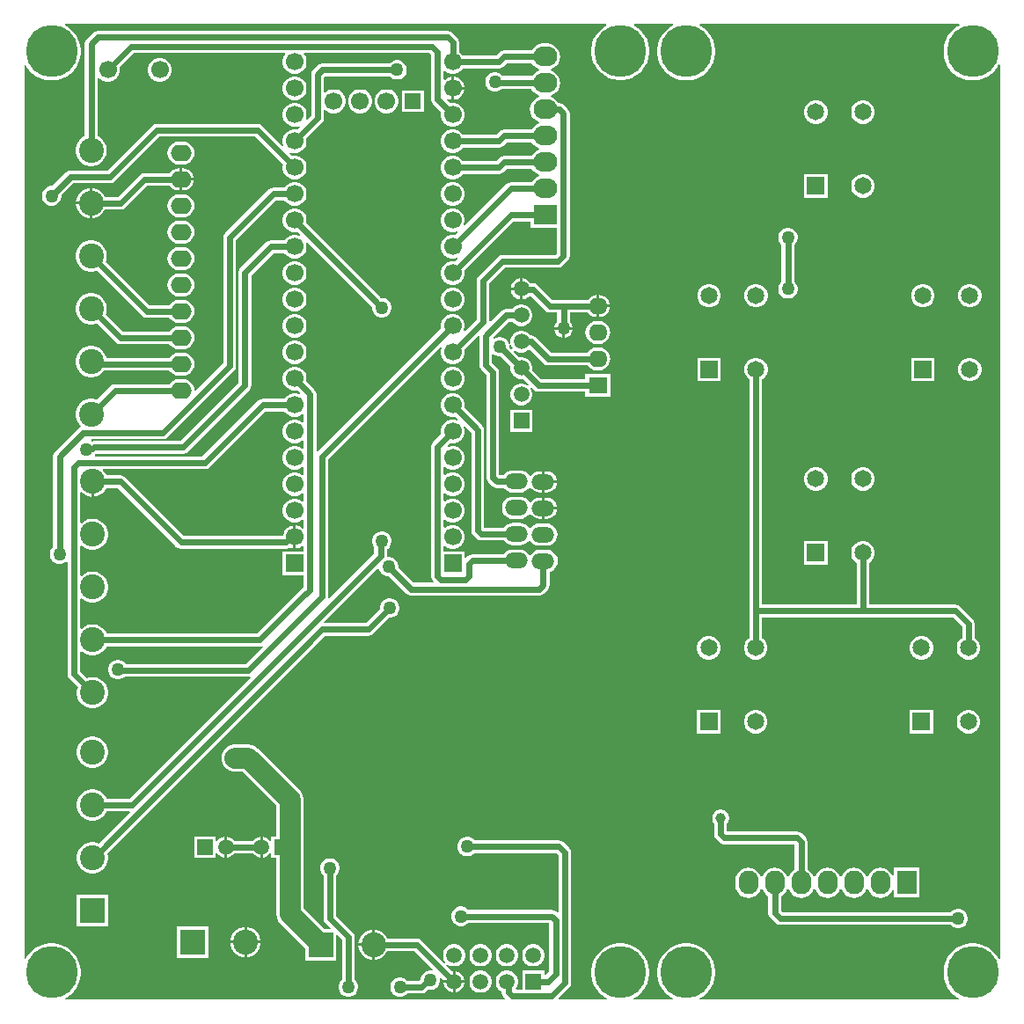
<source format=gbl>
G04*
G04 #@! TF.GenerationSoftware,Altium Limited,Altium Designer,21.3.2 (30)*
G04*
G04 Layer_Physical_Order=2*
G04 Layer_Color=16711680*
%FSTAX24Y24*%
%MOIN*%
G70*
G04*
G04 #@! TF.SameCoordinates,110FFF50-2F86-4F7F-B504-3501B117D145*
G04*
G04*
G04 #@! TF.FilePolarity,Positive*
G04*
G01*
G75*
%ADD61C,0.0236*%
%ADD62C,0.0787*%
%ADD66O,0.0750X0.0900*%
%ADD67R,0.0750X0.0900*%
%ADD68C,0.0945*%
%ADD69C,0.0650*%
%ADD70R,0.0650X0.0650*%
%ADD71C,0.0197*%
%ADD72C,0.1969*%
%ADD73O,0.0787X0.0630*%
%ADD74R,0.0945X0.0945*%
%ADD75C,0.0669*%
%ADD76O,0.0860X0.0600*%
%ADD77R,0.0598X0.0598*%
%ADD78C,0.0598*%
%ADD79R,0.0598X0.0598*%
%ADD80O,0.0709X0.0630*%
%ADD81R,0.0709X0.0630*%
%ADD82O,0.0900X0.0750*%
%ADD83R,0.0900X0.0750*%
%ADD84R,0.0591X0.0591*%
%ADD85C,0.0591*%
%ADD86R,0.0945X0.0945*%
%ADD87R,0.0669X0.0669*%
%ADD88C,0.0500*%
%ADD89C,0.0787*%
%ADD90C,0.0394*%
G36*
X045647Y047131D02*
X045572Y047093D01*
X045432Y046991D01*
X045309Y046868D01*
X045207Y046728D01*
X045128Y046573D01*
X045075Y046408D01*
X045048Y046237D01*
Y046063D01*
X045075Y045892D01*
X045128Y045727D01*
X045207Y045572D01*
X045309Y045432D01*
X045432Y045309D01*
X045572Y045207D01*
X045727Y045128D01*
X045892Y045075D01*
X046063Y045048D01*
X046237D01*
X046408Y045075D01*
X046573Y045128D01*
X046728Y045207D01*
X046868Y045309D01*
X046991Y045432D01*
X047093Y045572D01*
X047131Y045647D01*
X047181Y045635D01*
Y011765D01*
X047131Y011753D01*
X047093Y011828D01*
X046991Y011968D01*
X046868Y012091D01*
X046728Y012193D01*
X046573Y012272D01*
X046408Y012325D01*
X046237Y012352D01*
X046063D01*
X045892Y012325D01*
X045727Y012272D01*
X045572Y012193D01*
X045432Y012091D01*
X045309Y011968D01*
X045207Y011828D01*
X045128Y011673D01*
X045075Y011508D01*
X045048Y011337D01*
Y011163D01*
X045075Y010992D01*
X045128Y010827D01*
X045207Y010672D01*
X045309Y010532D01*
X045432Y010409D01*
X045572Y010307D01*
X045644Y010271D01*
X045632Y010221D01*
X035818D01*
X035806Y010271D01*
X035878Y010307D01*
X036018Y010409D01*
X036141Y010532D01*
X036243Y010672D01*
X036322Y010827D01*
X036375Y010992D01*
X036402Y011163D01*
Y011337D01*
X036375Y011508D01*
X036322Y011673D01*
X036243Y011828D01*
X036141Y011968D01*
X036018Y012091D01*
X035878Y012193D01*
X035723Y012272D01*
X035558Y012325D01*
X035387Y012352D01*
X035213D01*
X035042Y012325D01*
X034877Y012272D01*
X034722Y012193D01*
X034582Y012091D01*
X034459Y011968D01*
X034357Y011828D01*
X034278Y011673D01*
X034225Y011508D01*
X034198Y011337D01*
Y011163D01*
X034225Y010992D01*
X034278Y010827D01*
X034357Y010672D01*
X034459Y010532D01*
X034582Y010409D01*
X034722Y010307D01*
X034794Y010271D01*
X034782Y010221D01*
X033318D01*
X033306Y010271D01*
X033378Y010307D01*
X033518Y010409D01*
X033641Y010532D01*
X033743Y010672D01*
X033822Y010827D01*
X033875Y010992D01*
X033902Y011163D01*
Y011337D01*
X033875Y011508D01*
X033822Y011673D01*
X033743Y011828D01*
X033641Y011968D01*
X033518Y012091D01*
X033378Y012193D01*
X033223Y012272D01*
X033058Y012325D01*
X032887Y012352D01*
X032713D01*
X032542Y012325D01*
X032377Y012272D01*
X032222Y012193D01*
X032082Y012091D01*
X031959Y011968D01*
X031857Y011828D01*
X031778Y011673D01*
X031725Y011508D01*
X031698Y011337D01*
Y011163D01*
X031725Y010992D01*
X031778Y010827D01*
X031857Y010672D01*
X031959Y010532D01*
X032082Y010409D01*
X032222Y010307D01*
X032294Y010271D01*
X032282Y010221D01*
X030477D01*
X030458Y010267D01*
X030875Y010684D01*
X030927Y010762D01*
X030945Y010854D01*
Y015796D01*
X030927Y015888D01*
X030875Y015966D01*
X03065Y01619D01*
X030572Y016243D01*
X03048Y016261D01*
X02728D01*
X027226Y016315D01*
X027142Y016363D01*
X027048Y016388D01*
X026952D01*
X026858Y016363D01*
X026774Y016315D01*
X026705Y016246D01*
X026657Y016162D01*
X026632Y016068D01*
Y015972D01*
X026657Y015878D01*
X026705Y015794D01*
X026774Y015725D01*
X026858Y015677D01*
X026952Y015652D01*
X027048D01*
X027142Y015677D01*
X027226Y015725D01*
X02728Y015779D01*
X03038D01*
X030463Y015696D01*
Y013534D01*
X030417Y013515D01*
X030382Y01355D01*
X030304Y013603D01*
X030212Y013621D01*
X02704D01*
X026986Y013675D01*
X026902Y013723D01*
X026808Y013748D01*
X026712D01*
X026618Y013723D01*
X026534Y013675D01*
X026465Y013606D01*
X026417Y013522D01*
X026392Y013428D01*
Y013332D01*
X026417Y013238D01*
X026465Y013154D01*
X026534Y013085D01*
X026618Y013037D01*
X026712Y013012D01*
X026808D01*
X026902Y013037D01*
X026986Y013085D01*
X02704Y013139D01*
X030109D01*
Y0113D01*
X029967Y011158D01*
X029917Y011179D01*
Y011317D01*
X029083D01*
Y010601D01*
X028854D01*
X028838Y010651D01*
X028889Y010739D01*
X028917Y010845D01*
Y010955D01*
X028889Y011061D01*
X028834Y011156D01*
X028756Y011234D01*
X028661Y011289D01*
X028555Y011317D01*
X028445D01*
X028339Y011289D01*
X028244Y011234D01*
X028166Y011156D01*
X028111Y011061D01*
X028083Y010955D01*
Y010845D01*
X028111Y010739D01*
X028166Y010644D01*
X028244Y010566D01*
X028309Y010528D01*
Y010498D01*
X028328Y010406D01*
X02838Y010328D01*
X028441Y010267D01*
X028422Y010221D01*
X011768D01*
X011756Y010271D01*
X011828Y010307D01*
X011968Y010409D01*
X012091Y010532D01*
X012193Y010672D01*
X012272Y010827D01*
X012325Y010992D01*
X012352Y011163D01*
Y011337D01*
X012325Y011508D01*
X012272Y011673D01*
X012193Y011828D01*
X012091Y011968D01*
X011968Y012091D01*
X011828Y012193D01*
X011673Y012272D01*
X011508Y012325D01*
X011337Y012352D01*
X011163D01*
X010992Y012325D01*
X010827Y012272D01*
X010672Y012193D01*
X010532Y012091D01*
X010409Y011968D01*
X010307Y011828D01*
X010271Y011756D01*
X010221Y011768D01*
Y045632D01*
X010271Y045644D01*
X010307Y045572D01*
X010409Y045432D01*
X010532Y045309D01*
X010672Y045207D01*
X010827Y045128D01*
X010992Y045075D01*
X011163Y045048D01*
X011337D01*
X011508Y045075D01*
X011673Y045128D01*
X011828Y045207D01*
X011968Y045309D01*
X012091Y045432D01*
X012193Y045572D01*
X012272Y045727D01*
X012325Y045892D01*
X012352Y046063D01*
Y046237D01*
X012325Y046408D01*
X012272Y046573D01*
X012193Y046728D01*
X012091Y046868D01*
X011968Y046991D01*
X011828Y047093D01*
X011753Y047131D01*
X011765Y047181D01*
X032268D01*
X03228Y047131D01*
X032223Y047102D01*
X032083Y047D01*
X03196Y046877D01*
X031858Y046737D01*
X031779Y046582D01*
X031726Y046417D01*
X031699Y046246D01*
Y046072D01*
X031726Y045901D01*
X031779Y045736D01*
X031858Y045581D01*
X03196Y045441D01*
X032083Y045318D01*
X032223Y045216D01*
X032378Y045138D01*
X032543Y045084D01*
X032714Y045057D01*
X032888D01*
X033059Y045084D01*
X033224Y045138D01*
X033379Y045216D01*
X033519Y045318D01*
X033642Y045441D01*
X033744Y045581D01*
X033822Y045736D01*
X033876Y045901D01*
X033903Y046072D01*
Y046246D01*
X033876Y046417D01*
X033822Y046582D01*
X033744Y046737D01*
X033642Y046877D01*
X033519Y047D01*
X033379Y047102D01*
X033322Y047131D01*
X033334Y047181D01*
X034785D01*
X034797Y047131D01*
X034722Y047093D01*
X034582Y046991D01*
X034459Y046868D01*
X034357Y046728D01*
X034278Y046573D01*
X034225Y046408D01*
X034198Y046237D01*
Y046063D01*
X034225Y045892D01*
X034278Y045727D01*
X034357Y045572D01*
X034459Y045432D01*
X034582Y045309D01*
X034722Y045207D01*
X034877Y045128D01*
X035042Y045075D01*
X035213Y045048D01*
X035387D01*
X035558Y045075D01*
X035723Y045128D01*
X035878Y045207D01*
X036018Y045309D01*
X036141Y045432D01*
X036243Y045572D01*
X036322Y045727D01*
X036375Y045892D01*
X036402Y046063D01*
Y046237D01*
X036375Y046408D01*
X036322Y046573D01*
X036243Y046728D01*
X036141Y046868D01*
X036018Y046991D01*
X035878Y047093D01*
X035803Y047131D01*
X035815Y047181D01*
X045635D01*
X045647Y047131D01*
D02*
G37*
%LPC*%
G36*
X02626Y046931D02*
X013D01*
X012908Y046913D01*
X01283Y04686D01*
X01258Y04661D01*
X012527Y046532D01*
X012509Y04644D01*
Y042939D01*
X01247Y042923D01*
X012374Y042859D01*
X012291Y042776D01*
X012227Y04268D01*
X012182Y042572D01*
X012159Y042458D01*
Y042342D01*
X012182Y042228D01*
X012227Y04212D01*
X012291Y042024D01*
X012374Y041941D01*
X01247Y041877D01*
X012578Y041832D01*
X012692Y041809D01*
X012808D01*
X012922Y041832D01*
X01303Y041877D01*
X013126Y041941D01*
X013209Y042024D01*
X013273Y04212D01*
X013318Y042228D01*
X013341Y042342D01*
Y042458D01*
X013318Y042572D01*
X013273Y04268D01*
X013209Y042776D01*
X013126Y042859D01*
X01303Y042923D01*
X012991Y042939D01*
Y04513D01*
X013041Y04515D01*
X013103Y045088D01*
X013207Y045028D01*
X013322Y044997D01*
X013441D01*
X013556Y045028D01*
X013659Y045088D01*
X013744Y045172D01*
X013803Y045275D01*
X013834Y04539D01*
Y04551D01*
X013823Y045551D01*
X014361Y046089D01*
X020094D01*
X020113Y046043D01*
X020098Y046028D01*
X020038Y045925D01*
X020007Y04581D01*
Y04569D01*
X020038Y045575D01*
X020098Y045472D01*
X020182Y045388D01*
X020285Y045328D01*
X0204Y045297D01*
X02052D01*
X020635Y045328D01*
X020738Y045388D01*
X020822Y045472D01*
X020882Y045575D01*
X020913Y04569D01*
Y04581D01*
X020882Y045925D01*
X020822Y046028D01*
X020807Y046043D01*
X020826Y046089D01*
X025565D01*
X025629Y046025D01*
Y04433D01*
X025647Y044238D01*
X0257Y04416D01*
X026008Y043851D01*
X025997Y04381D01*
Y04369D01*
X026028Y043575D01*
X026088Y043472D01*
X026172Y043388D01*
X026275Y043328D01*
X02639Y043297D01*
X02651D01*
X026625Y043328D01*
X026728Y043388D01*
X026812Y043472D01*
X026872Y043575D01*
X026903Y04369D01*
Y04381D01*
X026872Y043925D01*
X026812Y044028D01*
X026728Y044112D01*
X026625Y044172D01*
X02651Y044203D01*
X02639D01*
X026349Y044192D01*
X026214Y044327D01*
X026245Y044367D01*
X026282Y044345D01*
X026393Y044315D01*
X0264D01*
Y04475D01*
Y045185D01*
X026393D01*
X026282Y045155D01*
X026183Y045098D01*
X026157Y045072D01*
X026111Y045091D01*
Y045384D01*
X026157Y045403D01*
X026172Y045388D01*
X026275Y045328D01*
X02639Y045297D01*
X02651D01*
X026625Y045328D01*
X026728Y045388D01*
X026812Y045472D01*
X026834Y045509D01*
X0282D01*
X028292Y045527D01*
X02837Y04558D01*
X0285Y045709D01*
X029441D01*
X029444Y045701D01*
X029523Y045598D01*
X029626Y045519D01*
X029729Y045477D01*
Y045423D01*
X029626Y045381D01*
X029523Y045302D01*
X029457Y045216D01*
X02835D01*
X028345Y045226D01*
X028276Y045295D01*
X028192Y045343D01*
X028098Y045368D01*
X028002D01*
X027908Y045343D01*
X027824Y045295D01*
X027755Y045226D01*
X027707Y045142D01*
X027682Y045048D01*
Y044952D01*
X027707Y044858D01*
X027755Y044774D01*
X027824Y044705D01*
X027908Y044657D01*
X028002Y044632D01*
X028098D01*
X028192Y044657D01*
X028276Y044705D01*
X028305Y044734D01*
X029431D01*
X029444Y044701D01*
X029523Y044598D01*
X029626Y044519D01*
X029729Y044477D01*
Y044423D01*
X029626Y044381D01*
X029523Y044302D01*
X029444Y044199D01*
X029395Y044079D01*
X029378Y04395D01*
X029395Y043821D01*
X029444Y043701D01*
X029523Y043598D01*
X029626Y043519D01*
X029729Y043477D01*
Y043423D01*
X029626Y043381D01*
X029523Y043302D01*
X029444Y043199D01*
X029441Y043191D01*
X0284D01*
X028308Y043173D01*
X02823Y04312D01*
X0281Y042991D01*
X026834D01*
X026812Y043028D01*
X026728Y043112D01*
X026625Y043172D01*
X02651Y043203D01*
X02639D01*
X026275Y043172D01*
X026172Y043112D01*
X026088Y043028D01*
X026028Y042925D01*
X025997Y04281D01*
Y04269D01*
X026028Y042575D01*
X026088Y042472D01*
X026172Y042388D01*
X026275Y042328D01*
X02639Y042297D01*
X02651D01*
X026625Y042328D01*
X026728Y042388D01*
X026812Y042472D01*
X026834Y042509D01*
X0282D01*
X028292Y042527D01*
X02837Y04258D01*
X0285Y042709D01*
X029441D01*
X029444Y042701D01*
X029523Y042598D01*
X029626Y042519D01*
X029729Y042477D01*
Y042423D01*
X029626Y042381D01*
X029523Y042302D01*
X029444Y042199D01*
X029441Y042191D01*
X0284D01*
X028308Y042173D01*
X02823Y04212D01*
X0281Y041991D01*
X026834D01*
X026812Y042028D01*
X026728Y042112D01*
X026625Y042172D01*
X02651Y042203D01*
X02639D01*
X026275Y042172D01*
X026172Y042112D01*
X026088Y042028D01*
X026028Y041925D01*
X025997Y04181D01*
Y04169D01*
X026028Y041575D01*
X026088Y041472D01*
X026172Y041388D01*
X026275Y041328D01*
X02639Y041297D01*
X02651D01*
X026625Y041328D01*
X026728Y041388D01*
X026812Y041472D01*
X026834Y041509D01*
X0282D01*
X028292Y041527D01*
X02837Y04158D01*
X0285Y041709D01*
X029441D01*
X029444Y041701D01*
X029523Y041598D01*
X029626Y041519D01*
X029729Y041477D01*
Y041423D01*
X029626Y041381D01*
X029523Y041302D01*
X029444Y041199D01*
X029441Y041191D01*
X02865D01*
X028558Y041173D01*
X02848Y04112D01*
X026916Y039557D01*
X026912Y039558D01*
X026875Y039586D01*
X026903Y03969D01*
Y03981D01*
X026872Y039925D01*
X026812Y040028D01*
X026728Y040112D01*
X026625Y040172D01*
X02651Y040203D01*
X02639D01*
X026275Y040172D01*
X026172Y040112D01*
X026088Y040028D01*
X026028Y039925D01*
X025997Y03981D01*
Y03969D01*
X026028Y039575D01*
X026088Y039472D01*
X026172Y039388D01*
X026275Y039328D01*
X02639Y039297D01*
X02651D01*
X026614Y039325D01*
X026642Y039288D01*
X026643Y039284D01*
X026551Y039192D01*
X02651Y039203D01*
X02639D01*
X026275Y039172D01*
X026172Y039112D01*
X026088Y039028D01*
X026028Y038925D01*
X025997Y03881D01*
Y03869D01*
X026028Y038575D01*
X026088Y038472D01*
X026172Y038388D01*
X026275Y038328D01*
X02639Y038297D01*
X02651D01*
X026614Y038325D01*
X026642Y038288D01*
X026643Y038284D01*
X026551Y038192D01*
X02651Y038203D01*
X02639D01*
X026275Y038172D01*
X026172Y038112D01*
X026088Y038028D01*
X026028Y037925D01*
X025997Y03781D01*
Y03769D01*
X026028Y037575D01*
X026088Y037472D01*
X026172Y037388D01*
X026275Y037328D01*
X02639Y037297D01*
X02651D01*
X026625Y037328D01*
X026728Y037388D01*
X026812Y037472D01*
X026872Y037575D01*
X026903Y03769D01*
Y03781D01*
X026892Y037851D01*
X02875Y039709D01*
X029382D01*
Y039457D01*
X030399D01*
Y0385D01*
X03034Y038441D01*
X028338D01*
X028246Y038423D01*
X028168Y03837D01*
X02743Y037632D01*
X027377Y037554D01*
X027359Y037462D01*
Y036D01*
X026916Y035557D01*
X026912Y035558D01*
X026875Y035586D01*
X026903Y03569D01*
Y03581D01*
X026872Y035925D01*
X026812Y036028D01*
X026728Y036112D01*
X026625Y036172D01*
X02651Y036203D01*
X02639D01*
X026275Y036172D01*
X026172Y036112D01*
X026088Y036028D01*
X026028Y035925D01*
X025997Y03581D01*
Y03569D01*
X026008Y035649D01*
X021331Y030971D01*
X021319Y030972D01*
X021281Y030983D01*
Y03317D01*
X021263Y033262D01*
X02121Y03334D01*
X020902Y033649D01*
X020913Y03369D01*
Y03381D01*
X020882Y033925D01*
X020822Y034028D01*
X020738Y034112D01*
X020635Y034172D01*
X02052Y034203D01*
X0204D01*
X020285Y034172D01*
X020182Y034112D01*
X020098Y034028D01*
X020038Y033925D01*
X020007Y03381D01*
Y03369D01*
X020038Y033575D01*
X020098Y033472D01*
X020182Y033388D01*
X020285Y033328D01*
X0204Y033297D01*
X02052D01*
X020561Y033308D01*
X020653Y033216D01*
X020652Y033212D01*
X020624Y033175D01*
X02052Y033203D01*
X0204D01*
X020285Y033172D01*
X020182Y033112D01*
X020098Y033028D01*
X020076Y032991D01*
X01925D01*
X019158Y032973D01*
X01908Y03292D01*
X01696Y030801D01*
X012907D01*
X012884Y030851D01*
X012908Y030891D01*
X012935Y030909D01*
X016244D01*
X016336Y030927D01*
X016414Y03098D01*
X01875Y033316D01*
X018803Y033394D01*
X018821Y033486D01*
Y03768D01*
X01965Y038509D01*
X020076D01*
X020098Y038472D01*
X020182Y038388D01*
X020285Y038328D01*
X0204Y038297D01*
X02052D01*
X020635Y038328D01*
X020738Y038388D01*
X020822Y038472D01*
X020882Y038575D01*
X020913Y03869D01*
Y03881D01*
X020885Y038914D01*
X020922Y038942D01*
X020926Y038943D01*
X023402Y036467D01*
Y036392D01*
X023427Y036298D01*
X023475Y036214D01*
X023544Y036145D01*
X023628Y036097D01*
X023722Y036072D01*
X023818D01*
X023912Y036097D01*
X023996Y036145D01*
X024065Y036214D01*
X024113Y036298D01*
X024138Y036392D01*
Y036488D01*
X024113Y036582D01*
X024065Y036666D01*
X023996Y036735D01*
X023912Y036783D01*
X023818Y036808D01*
X023742D01*
X020902Y039649D01*
X020913Y03969D01*
Y03981D01*
X020882Y039925D01*
X020822Y040028D01*
X020738Y040112D01*
X020635Y040172D01*
X02052Y040203D01*
X0204D01*
X020285Y040172D01*
X020182Y040112D01*
X020098Y040028D01*
X020038Y039925D01*
X020007Y03981D01*
Y03969D01*
X020038Y039575D01*
X020098Y039472D01*
X020182Y039388D01*
X020285Y039328D01*
X0204Y039297D01*
X02052D01*
X020561Y039308D01*
X020653Y039216D01*
X020652Y039212D01*
X020624Y039175D01*
X02052Y039203D01*
X0204D01*
X020285Y039172D01*
X020182Y039112D01*
X020098Y039028D01*
X020076Y038991D01*
X01955D01*
X019458Y038973D01*
X01938Y03892D01*
X01841Y03795D01*
X018357Y037872D01*
X018339Y03778D01*
Y033586D01*
X016144Y031391D01*
X01285D01*
X012771Y031375D01*
X01277Y031375D01*
X012757Y03144D01*
X012764Y031449D01*
X015457D01*
X015549Y031467D01*
X015627Y03152D01*
X01817Y034063D01*
X018223Y034141D01*
X018241Y034233D01*
Y039D01*
X01975Y040509D01*
X020076D01*
X020098Y040472D01*
X020182Y040388D01*
X020285Y040328D01*
X0204Y040297D01*
X02052D01*
X020635Y040328D01*
X020738Y040388D01*
X020822Y040472D01*
X020882Y040575D01*
X020913Y04069D01*
Y04081D01*
X020882Y040925D01*
X020822Y041028D01*
X020738Y041112D01*
X020635Y041172D01*
X02052Y041203D01*
X0204D01*
X020285Y041172D01*
X020182Y041112D01*
X020098Y041028D01*
X020076Y040991D01*
X01965D01*
X019558Y040973D01*
X01948Y04092D01*
X01783Y03927D01*
X017777Y039192D01*
X017759Y0391D01*
Y034333D01*
X016709Y033282D01*
X016664Y033309D01*
X016651Y033413D01*
X016607Y033518D01*
X016538Y033609D01*
X016447Y033678D01*
X016342Y033722D01*
X016229Y033737D01*
X016071D01*
X015958Y033722D01*
X015853Y033678D01*
X015762Y033609D01*
X01571Y033541D01*
X01365D01*
X013558Y033523D01*
X01348Y03347D01*
X012961Y032952D01*
X012922Y032968D01*
X012808Y032991D01*
X012692D01*
X012578Y032968D01*
X01247Y032923D01*
X012374Y032859D01*
X012291Y032776D01*
X012227Y03268D01*
X012182Y032572D01*
X012159Y032458D01*
Y032342D01*
X012182Y032228D01*
X012227Y03212D01*
X012291Y032024D01*
X012349Y031966D01*
X012339Y031916D01*
X012334Y03191D01*
X01226Y03186D01*
X01138Y03098D01*
X011327Y030902D01*
X011309Y03081D01*
Y02738D01*
X011255Y027326D01*
X011207Y027242D01*
X011182Y027148D01*
Y027052D01*
X011207Y026958D01*
X011255Y026874D01*
X011324Y026805D01*
X011408Y026757D01*
X011502Y026732D01*
X011598D01*
X011692Y026757D01*
X011776Y026805D01*
X011799Y026829D01*
X011849Y026808D01*
Y02256D01*
X011867Y022468D01*
X01192Y02239D01*
X012248Y022061D01*
X012232Y022022D01*
X012209Y021908D01*
Y021792D01*
X012232Y021678D01*
X012277Y02157D01*
X012341Y021474D01*
X012424Y021391D01*
X01252Y021327D01*
X012628Y021282D01*
X012742Y021259D01*
X012858D01*
X012972Y021282D01*
X01308Y021327D01*
X013176Y021391D01*
X013259Y021474D01*
X013323Y02157D01*
X013368Y021678D01*
X013391Y021792D01*
Y021908D01*
X013368Y022022D01*
X013323Y02213D01*
X013259Y022226D01*
X013176Y022309D01*
X01308Y022373D01*
X012972Y022418D01*
X012858Y022441D01*
X012742D01*
X012628Y022418D01*
X012589Y022402D01*
X012331Y02266D01*
Y023413D01*
X012381Y023434D01*
X012424Y023391D01*
X01252Y023327D01*
X012628Y023282D01*
X012742Y023259D01*
X012858D01*
X012972Y023282D01*
X01308Y023327D01*
X013176Y023391D01*
X013259Y023474D01*
X013323Y02357D01*
X013339Y023609D01*
X019122D01*
X019214Y023627D01*
X01922Y023631D01*
X019252Y023592D01*
X0186Y022941D01*
X014064D01*
X014058Y022951D01*
X01399Y02302D01*
X013906Y023068D01*
X013812Y023093D01*
X013715D01*
X013622Y023068D01*
X013538Y02302D01*
X013469Y022951D01*
X013421Y022867D01*
X013396Y022773D01*
Y022677D01*
X013421Y022583D01*
X013469Y022499D01*
X013538Y02243D01*
X013622Y022382D01*
X013715Y022357D01*
X013812D01*
X013906Y022382D01*
X01399Y02243D01*
X014019Y022459D01*
X0187D01*
X01876Y022471D01*
X018784Y022425D01*
X0142Y017841D01*
X013339D01*
X013323Y01788D01*
X013259Y017976D01*
X013176Y018059D01*
X01308Y018123D01*
X012972Y018168D01*
X012858Y018191D01*
X012742D01*
X012628Y018168D01*
X01252Y018123D01*
X012424Y018059D01*
X012341Y017976D01*
X012277Y01788D01*
X012232Y017772D01*
X012209Y017658D01*
Y017542D01*
X012232Y017428D01*
X012277Y01732D01*
X012341Y017224D01*
X012424Y017141D01*
X01252Y017077D01*
X012628Y017032D01*
X012742Y017009D01*
X012858D01*
X012972Y017032D01*
X01308Y017077D01*
X013176Y017141D01*
X013259Y017224D01*
X013323Y01732D01*
X013339Y017359D01*
X014203D01*
X014222Y017313D01*
X013046Y016137D01*
X012972Y016168D01*
X012858Y016191D01*
X012742D01*
X012628Y016168D01*
X01252Y016123D01*
X012424Y016059D01*
X012341Y015976D01*
X012277Y01588D01*
X012232Y015772D01*
X012209Y015658D01*
Y015542D01*
X012232Y015428D01*
X012277Y01532D01*
X012341Y015224D01*
X012424Y015141D01*
X01252Y015077D01*
X012628Y015032D01*
X012742Y015009D01*
X012858D01*
X012972Y015032D01*
X01308Y015077D01*
X013176Y015141D01*
X013259Y015224D01*
X013323Y01532D01*
X013368Y015428D01*
X013391Y015542D01*
Y015658D01*
X013368Y015772D01*
X013366Y015776D01*
X0216Y024009D01*
X02325D01*
X023342Y024027D01*
X02342Y02408D01*
X024032Y024692D01*
X024108D01*
X024202Y024717D01*
X024286Y024765D01*
X024355Y024834D01*
X024403Y024918D01*
X024428Y025012D01*
Y025108D01*
X024403Y025202D01*
X024355Y025286D01*
X024286Y025355D01*
X024202Y025403D01*
X024108Y025428D01*
X024012D01*
X023918Y025403D01*
X023834Y025355D01*
X023765Y025286D01*
X023717Y025202D01*
X023692Y025108D01*
Y025032D01*
X02315Y024491D01*
X021597D01*
X021578Y024537D01*
X023599Y026558D01*
X023655Y026544D01*
X023671Y026484D01*
X023719Y0264D01*
X023788Y026332D01*
X023872Y026283D01*
X023965Y026258D01*
X024042D01*
X024695Y025605D01*
X024773Y025553D01*
X024865Y025535D01*
X029742D01*
X029834Y025553D01*
X029912Y025605D01*
X03005Y025744D01*
X030103Y025822D01*
X030121Y025914D01*
Y026433D01*
X030221Y026475D01*
X030308Y026542D01*
X030375Y026629D01*
X030417Y026731D01*
X030432Y02684D01*
X030417Y026949D01*
X030375Y027051D01*
X030308Y027138D01*
X030221Y027205D01*
X030119Y027247D01*
X03001Y027262D01*
X02975D01*
X029641Y027247D01*
X029539Y027205D01*
X029452Y027138D01*
X029397Y027067D01*
X02937Y027064D01*
X029349Y027066D01*
X029338Y02707D01*
X029278Y027148D01*
X029191Y027215D01*
X029089Y027257D01*
X02898Y027272D01*
X02872D01*
X028611Y027257D01*
X028509Y027215D01*
X028422Y027148D01*
X028378Y027091D01*
X027182D01*
X027089Y027073D01*
X027011Y02702D01*
X026949Y026958D01*
X026903Y026977D01*
Y027203D01*
X026111D01*
Y027384D01*
X026157Y027403D01*
X026172Y027388D01*
X026275Y027328D01*
X02639Y027297D01*
X02651D01*
X026625Y027328D01*
X026728Y027388D01*
X026812Y027472D01*
X026872Y027575D01*
X026903Y02769D01*
Y02781D01*
X026872Y027925D01*
X026812Y028028D01*
X026728Y028112D01*
X026625Y028172D01*
X02651Y028203D01*
X02639D01*
X026275Y028172D01*
X026172Y028112D01*
X026157Y028097D01*
X026111Y028116D01*
Y028384D01*
X026157Y028403D01*
X026172Y028388D01*
X026275Y028328D01*
X02639Y028297D01*
X02651D01*
X026625Y028328D01*
X026728Y028388D01*
X026812Y028472D01*
X026872Y028575D01*
X026903Y02869D01*
Y02881D01*
X026872Y028925D01*
X026812Y029028D01*
X026728Y029112D01*
X026625Y029172D01*
X02651Y029203D01*
X02639D01*
X026275Y029172D01*
X026172Y029112D01*
X026157Y029097D01*
X026111Y029116D01*
Y029384D01*
X026157Y029403D01*
X026172Y029388D01*
X026275Y029328D01*
X02639Y029297D01*
X02651D01*
X026625Y029328D01*
X026728Y029388D01*
X026812Y029472D01*
X026872Y029575D01*
X026903Y02969D01*
Y02981D01*
X026872Y029925D01*
X026812Y030028D01*
X026728Y030112D01*
X026625Y030172D01*
X02651Y030203D01*
X02639D01*
X026275Y030172D01*
X026172Y030112D01*
X026157Y030097D01*
X026111Y030116D01*
Y030384D01*
X026157Y030403D01*
X026172Y030388D01*
X026275Y030328D01*
X02639Y030297D01*
X02651D01*
X026625Y030328D01*
X026728Y030388D01*
X026812Y030472D01*
X026872Y030575D01*
X026903Y03069D01*
Y03081D01*
X026872Y030925D01*
X026812Y031028D01*
X026728Y031112D01*
X026625Y031172D01*
X02651Y031203D01*
X02639D01*
X026286Y031175D01*
X026258Y031212D01*
X026257Y031216D01*
X026349Y031308D01*
X02639Y031297D01*
X02651D01*
X026625Y031328D01*
X026728Y031388D01*
X026812Y031472D01*
X026872Y031575D01*
X026903Y03169D01*
Y03181D01*
X026875Y031914D01*
X026912Y031942D01*
X026916Y031943D01*
X027159Y0317D01*
Y027998D01*
X027177Y027906D01*
X02723Y027828D01*
X027368Y02769D01*
X027446Y027637D01*
X027538Y027619D01*
X028398D01*
X028442Y027562D01*
X028529Y027495D01*
X028631Y027453D01*
X02874Y027438D01*
X029D01*
X029109Y027453D01*
X029211Y027495D01*
X029298Y027562D01*
X02933Y027604D01*
X029393D01*
X029437Y027547D01*
X029524Y02748D01*
X029626Y027438D01*
X029735Y027423D01*
X029995D01*
X030104Y027438D01*
X030206Y02748D01*
X030293Y027547D01*
X03036Y027634D01*
X030402Y027736D01*
X030417Y027845D01*
X030402Y027954D01*
X03036Y028056D01*
X030293Y028143D01*
X030206Y02821D01*
X030104Y028252D01*
X029995Y028267D01*
X029735D01*
X029626Y028252D01*
X029524Y02821D01*
X029437Y028143D01*
X029405Y028101D01*
X029342D01*
X029298Y028158D01*
X029211Y028225D01*
X029109Y028267D01*
X029Y028282D01*
X02874D01*
X028631Y028267D01*
X028529Y028225D01*
X028442Y028158D01*
X028398Y028101D01*
X027641D01*
Y0318D01*
X027623Y031892D01*
X02757Y03197D01*
X026892Y032649D01*
X026903Y03269D01*
Y03281D01*
X026872Y032925D01*
X026812Y033028D01*
X026728Y033112D01*
X026625Y033172D01*
X02651Y033203D01*
X02639D01*
X026275Y033172D01*
X026172Y033112D01*
X026088Y033028D01*
X026028Y032925D01*
X025997Y03281D01*
Y03269D01*
X026028Y032575D01*
X026088Y032472D01*
X026172Y032388D01*
X026275Y032328D01*
X02639Y032297D01*
X02651D01*
X026551Y032308D01*
X026643Y032216D01*
X026642Y032212D01*
X026614Y032175D01*
X02651Y032203D01*
X02639D01*
X026275Y032172D01*
X026172Y032112D01*
X026088Y032028D01*
X026028Y031925D01*
X025997Y03181D01*
Y03169D01*
X026008Y031649D01*
X0257Y03134D01*
X025647Y031262D01*
X025629Y03117D01*
Y02626D01*
X025647Y026168D01*
X0257Y02609D01*
X025727Y026063D01*
X025708Y026017D01*
X024965D01*
X024382Y026599D01*
Y026675D01*
X024357Y026768D01*
X024308Y026852D01*
X02424Y026921D01*
X024156Y026969D01*
X024062Y026994D01*
X024006D01*
X023963Y027018D01*
X02396Y027042D01*
Y027285D01*
X023996Y027305D01*
X024065Y027374D01*
X024113Y027458D01*
X024138Y027552D01*
Y027648D01*
X024113Y027742D01*
X024065Y027826D01*
X023996Y027895D01*
X023912Y027943D01*
X023818Y027968D01*
X023722D01*
X023628Y027943D01*
X023544Y027895D01*
X023475Y027826D01*
X023427Y027742D01*
X023402Y027648D01*
Y027552D01*
X023427Y027458D01*
X023475Y027374D01*
X023479Y027371D01*
Y027119D01*
X021775Y025416D01*
X021729Y02544D01*
X021741Y0255D01*
Y0307D01*
X025984Y034943D01*
X025988Y034942D01*
X026025Y034914D01*
X025997Y03481D01*
Y03469D01*
X026028Y034575D01*
X026088Y034472D01*
X026172Y034388D01*
X026275Y034328D01*
X02639Y034297D01*
X02651D01*
X026625Y034328D01*
X026728Y034388D01*
X026812Y034472D01*
X026872Y034575D01*
X026903Y03469D01*
Y03481D01*
X026892Y034851D01*
X02741Y03537D01*
X02746Y035349D01*
Y034278D01*
X027479Y034186D01*
X027531Y034107D01*
X027729Y033909D01*
Y03D01*
X027747Y029908D01*
X0278Y02983D01*
X02795Y02968D01*
X028028Y029627D01*
X02812Y029609D01*
X028398D01*
X028442Y029552D01*
X028529Y029485D01*
X028631Y029443D01*
X02874Y029428D01*
X029D01*
X029109Y029443D01*
X029211Y029485D01*
X029298Y029552D01*
X029353Y029623D01*
X029365Y029627D01*
X029402Y029627D01*
X029413Y029623D01*
X029465Y029555D01*
X029548Y029491D01*
X029646Y02945D01*
X02975Y029437D01*
X02983D01*
Y02984D01*
Y030243D01*
X02975D01*
X029646Y03023D01*
X029548Y030189D01*
X029465Y030125D01*
X029418Y030064D01*
X029391Y030063D01*
X02936Y030068D01*
X029298Y030148D01*
X029211Y030215D01*
X029109Y030257D01*
X029Y030272D01*
X02874D01*
X028631Y030257D01*
X028529Y030215D01*
X028442Y030148D01*
X028398Y030091D01*
X02822D01*
X028211Y0301D01*
Y034009D01*
X028193Y034101D01*
X02814Y034179D01*
X027942Y034378D01*
Y034672D01*
X027988Y034691D01*
X028004Y034675D01*
X028088Y034627D01*
X028182Y034602D01*
X028258D01*
X028637Y034222D01*
X028633Y034205D01*
Y034095D01*
X028661Y033989D01*
X028716Y033894D01*
X028794Y033816D01*
X028889Y033761D01*
X028995Y033733D01*
X029105D01*
X029122Y033737D01*
X029339Y03352D01*
X029306Y033484D01*
X029211Y033539D01*
X029105Y033567D01*
X028995D01*
X028889Y033539D01*
X028794Y033484D01*
X028716Y033406D01*
X028661Y033311D01*
X028633Y033205D01*
Y033095D01*
X028661Y032989D01*
X028716Y032894D01*
X028794Y032816D01*
X028889Y032761D01*
X028995Y032733D01*
X029105D01*
X029211Y032761D01*
X029306Y032816D01*
X029384Y032894D01*
X029439Y032989D01*
X029467Y033095D01*
Y033205D01*
X029439Y033311D01*
X029384Y033406D01*
X02942Y033439D01*
X02953Y03333D01*
X029608Y033277D01*
X0297Y033259D01*
X031478D01*
Y033067D01*
X032422D01*
Y033933D01*
X031478D01*
Y033741D01*
X0298D01*
X029463Y034078D01*
X029467Y034095D01*
Y034205D01*
X029439Y034311D01*
X029384Y034406D01*
X029306Y034484D01*
X029211Y034539D01*
X029105Y034567D01*
X028995D01*
X028978Y034563D01*
X028761Y03478D01*
X028794Y034816D01*
X028889Y034761D01*
X028995Y034733D01*
X029105D01*
X029211Y034761D01*
X029306Y034816D01*
X02936Y03487D01*
X0299Y03433D01*
X029978Y034277D01*
X03007Y034259D01*
X03155D01*
X031602Y034191D01*
X031692Y034122D01*
X031798Y034078D01*
X031911Y034063D01*
X031989D01*
X032102Y034078D01*
X032208Y034122D01*
X032298Y034191D01*
X032368Y034282D01*
X032411Y034387D01*
X032426Y0345D01*
X032411Y034613D01*
X032368Y034718D01*
X032298Y034809D01*
X032208Y034878D01*
X032102Y034922D01*
X031989Y034937D01*
X031911D01*
X031798Y034922D01*
X031692Y034878D01*
X031602Y034809D01*
X03155Y034741D01*
X03017D01*
X02959Y03532D01*
X029512Y035373D01*
X02942Y035391D01*
X029393D01*
X029384Y035406D01*
X029306Y035484D01*
X029211Y035539D01*
X029105Y035567D01*
X028995D01*
X028889Y035539D01*
X028794Y035484D01*
X028716Y035406D01*
X028661Y035311D01*
X028633Y035205D01*
Y035095D01*
X028661Y034989D01*
X028716Y034894D01*
X02868Y034861D01*
X028598Y034943D01*
Y035018D01*
X028573Y035112D01*
X028525Y035196D01*
X028456Y035265D01*
X028372Y035313D01*
X028278Y035338D01*
X028182D01*
X028088Y035313D01*
X028032Y03528D01*
X027976Y035304D01*
X027975Y035308D01*
X028576Y035909D01*
X028707D01*
X028716Y035894D01*
X028794Y035816D01*
X028889Y035761D01*
X028995Y035733D01*
X029105D01*
X029211Y035761D01*
X029306Y035816D01*
X029384Y035894D01*
X029439Y035989D01*
X029467Y036095D01*
Y036205D01*
X029439Y036311D01*
X029384Y036406D01*
X029306Y036484D01*
X029211Y036539D01*
X029105Y036567D01*
X028995D01*
X028889Y036539D01*
X028794Y036484D01*
X028716Y036406D01*
X028707Y036391D01*
X028476D01*
X028384Y036373D01*
X028306Y03632D01*
X027891Y035905D01*
X027841Y035926D01*
Y037362D01*
X028438Y037959D01*
X03044D01*
X030532Y037977D01*
X03061Y03803D01*
X03081Y03823D01*
X030863Y038308D01*
X030881Y0384D01*
Y04381D01*
X030863Y043902D01*
X03081Y04398D01*
X03067Y04412D01*
X030592Y044173D01*
X0305Y044191D01*
X030459D01*
X030456Y044199D01*
X030377Y044302D01*
X030274Y044381D01*
X030171Y044423D01*
Y044477D01*
X030274Y044519D01*
X030377Y044598D01*
X030456Y044701D01*
X030505Y044821D01*
X030522Y04495D01*
X030505Y045079D01*
X030456Y045199D01*
X030377Y045302D01*
X030274Y045381D01*
X030171Y045423D01*
Y045477D01*
X030274Y045519D01*
X030377Y045598D01*
X030456Y045701D01*
X030505Y045821D01*
X030522Y04595D01*
X030505Y046079D01*
X030456Y046199D01*
X030377Y046302D01*
X030274Y046381D01*
X030154Y04643D01*
X030025Y046447D01*
X029875D01*
X029746Y04643D01*
X029626Y046381D01*
X029523Y046302D01*
X029444Y046199D01*
X029441Y046191D01*
X0284D01*
X028308Y046173D01*
X02823Y04612D01*
X0281Y045991D01*
X026834D01*
X026812Y046028D01*
X026728Y046112D01*
X026691Y046134D01*
Y0465D01*
X026673Y046592D01*
X02662Y04667D01*
X02643Y04686D01*
X026352Y046913D01*
X02626Y046931D01*
D02*
G37*
G36*
X024388Y045818D02*
X024292D01*
X024198Y045793D01*
X024114Y045745D01*
X02406Y045691D01*
X0215D01*
X021408Y045673D01*
X02133Y04562D01*
X02116Y04545D01*
X021107Y045372D01*
X021089Y04528D01*
Y04372D01*
X020926Y043557D01*
X020922Y043558D01*
X020885Y043586D01*
X020913Y04369D01*
Y04381D01*
X020882Y043925D01*
X020822Y044028D01*
X020738Y044112D01*
X020635Y044172D01*
X02052Y044203D01*
X0204D01*
X020285Y044172D01*
X020182Y044112D01*
X020098Y044028D01*
X020038Y043925D01*
X020007Y04381D01*
Y04369D01*
X020038Y043575D01*
X020098Y043472D01*
X020182Y043388D01*
X020285Y043328D01*
X0204Y043297D01*
X02052D01*
X020624Y043325D01*
X020652Y043288D01*
X020653Y043284D01*
X020561Y043192D01*
X02052Y043203D01*
X0204D01*
X020285Y043172D01*
X020182Y043112D01*
X020098Y043028D01*
X020038Y042925D01*
X020007Y04281D01*
Y04269D01*
X020035Y042586D01*
X019998Y042558D01*
X019994Y042557D01*
X01922Y04333D01*
X019142Y043383D01*
X01905Y043401D01*
X01522D01*
X015128Y043383D01*
X01505Y04333D01*
X01336Y041641D01*
X01197D01*
X011878Y041623D01*
X0118Y04157D01*
X011278Y041048D01*
X011202D01*
X011108Y041023D01*
X011024Y040975D01*
X010955Y040906D01*
X010907Y040822D01*
X010882Y040728D01*
Y040632D01*
X010907Y040538D01*
X010955Y040454D01*
X011024Y040385D01*
X011108Y040337D01*
X011202Y040312D01*
X011298D01*
X011392Y040337D01*
X011476Y040385D01*
X011545Y040454D01*
X011593Y040538D01*
X011618Y040632D01*
Y040708D01*
X01207Y041159D01*
X01346D01*
X013552Y041177D01*
X01363Y04123D01*
X01532Y042919D01*
X01895D01*
X020018Y041851D01*
X020007Y04181D01*
Y04169D01*
X020038Y041575D01*
X020098Y041472D01*
X020182Y041388D01*
X020285Y041328D01*
X0204Y041297D01*
X02052D01*
X020635Y041328D01*
X020738Y041388D01*
X020822Y041472D01*
X020882Y041575D01*
X020913Y04169D01*
Y04181D01*
X020882Y041925D01*
X020822Y042028D01*
X020738Y042112D01*
X020635Y042172D01*
X02052Y042203D01*
X0204D01*
X020359Y042192D01*
X020267Y042284D01*
X020268Y042288D01*
X020296Y042325D01*
X0204Y042297D01*
X02052D01*
X020635Y042328D01*
X020738Y042388D01*
X020822Y042472D01*
X020882Y042575D01*
X020913Y04269D01*
Y04281D01*
X020902Y042851D01*
X0215Y04345D01*
X021553Y043528D01*
X021571Y04362D01*
Y043918D01*
X021621Y043939D01*
X021662Y043898D01*
X021765Y043838D01*
X02188Y043807D01*
X022D01*
X022115Y043838D01*
X022218Y043898D01*
X022302Y043982D01*
X022362Y044085D01*
X022393Y0442D01*
Y04432D01*
X022362Y044435D01*
X022302Y044538D01*
X022218Y044622D01*
X022115Y044682D01*
X022Y044713D01*
X02188D01*
X021765Y044682D01*
X021662Y044622D01*
X021621Y044581D01*
X021571Y044602D01*
Y04518D01*
X0216Y045209D01*
X02406D01*
X024114Y045155D01*
X024198Y045107D01*
X024292Y045082D01*
X024388D01*
X024482Y045107D01*
X024566Y045155D01*
X024635Y045224D01*
X024683Y045308D01*
X024708Y045402D01*
Y045498D01*
X024683Y045592D01*
X024635Y045676D01*
X024566Y045745D01*
X024482Y045793D01*
X024388Y045818D01*
D02*
G37*
G36*
X01541Y045903D02*
X01529D01*
X015175Y045872D01*
X015072Y045812D01*
X014988Y045728D01*
X014928Y045625D01*
X014897Y04551D01*
Y04539D01*
X014928Y045275D01*
X014988Y045172D01*
X015072Y045088D01*
X015175Y045028D01*
X01529Y044997D01*
X01541D01*
X015525Y045028D01*
X015628Y045088D01*
X015712Y045172D01*
X015772Y045275D01*
X015803Y04539D01*
Y04551D01*
X015772Y045625D01*
X015712Y045728D01*
X015628Y045812D01*
X015525Y045872D01*
X01541Y045903D01*
D02*
G37*
G36*
X026507Y045185D02*
X0265D01*
Y0448D01*
X026885D01*
Y044807D01*
X026855Y044918D01*
X026798Y045017D01*
X026717Y045098D01*
X026618Y045155D01*
X026507Y045185D01*
D02*
G37*
G36*
X026885Y0447D02*
X0265D01*
Y044315D01*
X026507D01*
X026618Y044345D01*
X026717Y044402D01*
X026798Y044483D01*
X026855Y044582D01*
X026885Y044693D01*
Y0447D01*
D02*
G37*
G36*
X02052Y045203D02*
X0204D01*
X020285Y045172D01*
X020182Y045112D01*
X020098Y045028D01*
X020038Y044925D01*
X020007Y04481D01*
Y04469D01*
X020038Y044575D01*
X020098Y044472D01*
X020182Y044388D01*
X020285Y044328D01*
X0204Y044297D01*
X02052D01*
X020635Y044328D01*
X020738Y044388D01*
X020822Y044472D01*
X020882Y044575D01*
X020913Y04469D01*
Y04481D01*
X020882Y044925D01*
X020822Y045028D01*
X020738Y045112D01*
X020635Y045172D01*
X02052Y045203D01*
D02*
G37*
G36*
X025353Y044673D02*
X024527D01*
Y043847D01*
X025353D01*
Y044673D01*
D02*
G37*
G36*
X024Y044713D02*
X02388D01*
X023765Y044682D01*
X023662Y044622D01*
X023578Y044538D01*
X023518Y044435D01*
X023487Y04432D01*
Y0442D01*
X023518Y044085D01*
X023578Y043982D01*
X023662Y043898D01*
X023765Y043838D01*
X02388Y043807D01*
X024D01*
X024115Y043838D01*
X024218Y043898D01*
X024302Y043982D01*
X024362Y044085D01*
X024393Y0442D01*
Y04432D01*
X024362Y044435D01*
X024302Y044538D01*
X024218Y044622D01*
X024115Y044682D01*
X024Y044713D01*
D02*
G37*
G36*
X023D02*
X02288D01*
X022765Y044682D01*
X022662Y044622D01*
X022578Y044538D01*
X022518Y044435D01*
X022487Y04432D01*
Y0442D01*
X022518Y044085D01*
X022578Y043982D01*
X022662Y043898D01*
X022765Y043838D01*
X02288Y043807D01*
X023D01*
X023115Y043838D01*
X023218Y043898D01*
X023302Y043982D01*
X023362Y044085D01*
X023393Y0442D01*
Y04432D01*
X023362Y044435D01*
X023302Y044538D01*
X023218Y044622D01*
X023115Y044682D01*
X023Y044713D01*
D02*
G37*
G36*
X042048Y044293D02*
X041932D01*
X041819Y044263D01*
X041718Y044205D01*
X041635Y044122D01*
X041577Y044021D01*
X041547Y043908D01*
Y043792D01*
X041577Y043679D01*
X041635Y043578D01*
X041718Y043495D01*
X041819Y043437D01*
X041932Y043407D01*
X042048D01*
X042161Y043437D01*
X042262Y043495D01*
X042345Y043578D01*
X042403Y043679D01*
X042433Y043792D01*
Y043908D01*
X042403Y044021D01*
X042345Y044122D01*
X042262Y044205D01*
X042161Y044263D01*
X042048Y044293D01*
D02*
G37*
G36*
X040268D02*
X040152D01*
X040039Y044263D01*
X039938Y044205D01*
X039855Y044122D01*
X039797Y044021D01*
X039767Y043908D01*
Y043792D01*
X039797Y043679D01*
X039855Y043578D01*
X039938Y043495D01*
X040039Y043437D01*
X040152Y043407D01*
X040268D01*
X040381Y043437D01*
X040482Y043495D01*
X040565Y043578D01*
X040623Y043679D01*
X040653Y043792D01*
Y043908D01*
X040623Y044021D01*
X040565Y044122D01*
X040482Y044205D01*
X040381Y044263D01*
X040268Y044293D01*
D02*
G37*
G36*
X016229Y042737D02*
X016071D01*
X015958Y042722D01*
X015853Y042678D01*
X015762Y042609D01*
X015693Y042518D01*
X015649Y042413D01*
X015634Y0423D01*
X015649Y042187D01*
X015693Y042082D01*
X015762Y041991D01*
X015853Y041922D01*
X015958Y041878D01*
X016071Y041863D01*
X016229D01*
X016342Y041878D01*
X016447Y041922D01*
X016538Y041991D01*
X016607Y042082D01*
X016651Y042187D01*
X016666Y0423D01*
X016651Y042413D01*
X016607Y042518D01*
X016538Y042609D01*
X016447Y042678D01*
X016342Y042722D01*
X016229Y042737D01*
D02*
G37*
G36*
Y041719D02*
X0162D01*
Y04135D01*
X016641D01*
X016633Y041408D01*
X016591Y041509D01*
X016525Y041596D01*
X016438Y041662D01*
X016337Y041704D01*
X016229Y041719D01*
D02*
G37*
G36*
X016641Y04125D02*
X0162D01*
Y040881D01*
X016229D01*
X016337Y040896D01*
X016438Y040938D01*
X016525Y041004D01*
X016591Y041091D01*
X016633Y041192D01*
X016641Y04125D01*
D02*
G37*
G36*
X0161Y041719D02*
X016071D01*
X015963Y041704D01*
X015862Y041662D01*
X015775Y041596D01*
X015733Y041541D01*
X01477D01*
X014678Y041523D01*
X0146Y04147D01*
X01377Y040641D01*
X013272D01*
X013208Y040751D01*
X013101Y040858D01*
X012971Y040933D01*
X012825Y040972D01*
X0128D01*
Y0404D01*
Y039828D01*
X012825D01*
X012971Y039867D01*
X013101Y039942D01*
X013208Y040049D01*
X013272Y040159D01*
X01387D01*
X013962Y040177D01*
X01404Y04023D01*
X01487Y041059D01*
X015733D01*
X015775Y041004D01*
X015862Y040938D01*
X015963Y040896D01*
X016071Y040881D01*
X0161D01*
Y0413D01*
Y041719D01*
D02*
G37*
G36*
X042048Y041493D02*
X041932D01*
X041819Y041463D01*
X041718Y041405D01*
X041635Y041322D01*
X041577Y041221D01*
X041547Y041108D01*
Y040992D01*
X041577Y040879D01*
X041635Y040778D01*
X041718Y040695D01*
X041819Y040637D01*
X041932Y040607D01*
X042048D01*
X042161Y040637D01*
X042262Y040695D01*
X042345Y040778D01*
X042403Y040879D01*
X042433Y040992D01*
Y041108D01*
X042403Y041221D01*
X042345Y041322D01*
X042262Y041405D01*
X042161Y041463D01*
X042048Y041493D01*
D02*
G37*
G36*
X040653D02*
X039767D01*
Y040607D01*
X040653D01*
Y041493D01*
D02*
G37*
G36*
X0127Y040972D02*
X012675D01*
X012529Y040933D01*
X012399Y040858D01*
X012292Y040751D01*
X012217Y040621D01*
X012178Y040475D01*
Y04045D01*
X0127D01*
Y040972D01*
D02*
G37*
G36*
X02651Y041203D02*
X02639D01*
X026275Y041172D01*
X026172Y041112D01*
X026088Y041028D01*
X026028Y040925D01*
X025997Y04081D01*
Y04069D01*
X026028Y040575D01*
X026088Y040472D01*
X026172Y040388D01*
X026275Y040328D01*
X02639Y040297D01*
X02651D01*
X026625Y040328D01*
X026728Y040388D01*
X026812Y040472D01*
X026872Y040575D01*
X026903Y04069D01*
Y04081D01*
X026872Y040925D01*
X026812Y041028D01*
X026728Y041112D01*
X026625Y041172D01*
X02651Y041203D01*
D02*
G37*
G36*
X016229Y040737D02*
X016071D01*
X015958Y040722D01*
X015853Y040678D01*
X015762Y040609D01*
X015693Y040518D01*
X015649Y040413D01*
X015634Y0403D01*
X015649Y040187D01*
X015693Y040082D01*
X015762Y039991D01*
X015853Y039922D01*
X015958Y039878D01*
X016071Y039863D01*
X016229D01*
X016342Y039878D01*
X016447Y039922D01*
X016538Y039991D01*
X016607Y040082D01*
X016651Y040187D01*
X016666Y0403D01*
X016651Y040413D01*
X016607Y040518D01*
X016538Y040609D01*
X016447Y040678D01*
X016342Y040722D01*
X016229Y040737D01*
D02*
G37*
G36*
X0127Y04035D02*
X012178D01*
Y040325D01*
X012217Y040179D01*
X012292Y040049D01*
X012399Y039942D01*
X012529Y039867D01*
X012675Y039828D01*
X0127D01*
Y04035D01*
D02*
G37*
G36*
X016229Y039737D02*
X016071D01*
X015958Y039722D01*
X015853Y039678D01*
X015762Y039609D01*
X015693Y039518D01*
X015649Y039413D01*
X015634Y0393D01*
X015649Y039187D01*
X015693Y039082D01*
X015762Y038991D01*
X015853Y038922D01*
X015958Y038878D01*
X016071Y038863D01*
X016229D01*
X016342Y038878D01*
X016447Y038922D01*
X016538Y038991D01*
X016607Y039082D01*
X016651Y039187D01*
X016666Y0393D01*
X016651Y039413D01*
X016607Y039518D01*
X016538Y039609D01*
X016447Y039678D01*
X016342Y039722D01*
X016229Y039737D01*
D02*
G37*
G36*
Y038737D02*
X016071D01*
X015958Y038722D01*
X015853Y038678D01*
X015762Y038609D01*
X015693Y038518D01*
X015649Y038413D01*
X015634Y0383D01*
X015649Y038187D01*
X015693Y038082D01*
X015762Y037991D01*
X015853Y037922D01*
X015958Y037878D01*
X016071Y037863D01*
X016229D01*
X016342Y037878D01*
X016447Y037922D01*
X016538Y037991D01*
X016607Y038082D01*
X016651Y038187D01*
X016666Y0383D01*
X016651Y038413D01*
X016607Y038518D01*
X016538Y038609D01*
X016447Y038678D01*
X016342Y038722D01*
X016229Y038737D01*
D02*
G37*
G36*
X02052Y038203D02*
X0204D01*
X020285Y038172D01*
X020182Y038112D01*
X020098Y038028D01*
X020038Y037925D01*
X020007Y03781D01*
Y03769D01*
X020038Y037575D01*
X020098Y037472D01*
X020182Y037388D01*
X020285Y037328D01*
X0204Y037297D01*
X02052D01*
X020635Y037328D01*
X020738Y037388D01*
X020822Y037472D01*
X020882Y037575D01*
X020913Y03769D01*
Y03781D01*
X020882Y037925D01*
X020822Y038028D01*
X020738Y038112D01*
X020635Y038172D01*
X02052Y038203D01*
D02*
G37*
G36*
X029Y037549D02*
X028997D01*
X028896Y037522D01*
X028805Y037469D01*
X028731Y037395D01*
X028678Y037304D01*
X028651Y037203D01*
Y0372D01*
X029D01*
Y037549D01*
D02*
G37*
G36*
X016229Y037737D02*
X016071D01*
X015958Y037722D01*
X015853Y037678D01*
X015762Y037609D01*
X015693Y037518D01*
X015649Y037413D01*
X015634Y0373D01*
X015649Y037187D01*
X015693Y037082D01*
X015762Y036991D01*
X015853Y036922D01*
X015958Y036878D01*
X016071Y036863D01*
X016229D01*
X016342Y036878D01*
X016447Y036922D01*
X016538Y036991D01*
X016607Y037082D01*
X016651Y037187D01*
X016666Y0373D01*
X016651Y037413D01*
X016607Y037518D01*
X016538Y037609D01*
X016447Y037678D01*
X016342Y037722D01*
X016229Y037737D01*
D02*
G37*
G36*
X039198Y039468D02*
X039102D01*
X039008Y039443D01*
X038924Y039395D01*
X038855Y039326D01*
X038807Y039242D01*
X038782Y039148D01*
Y039052D01*
X038807Y038958D01*
X038855Y038874D01*
X038909Y03882D01*
Y03743D01*
X038855Y037376D01*
X038807Y037292D01*
X038782Y037198D01*
Y037102D01*
X038807Y037008D01*
X038855Y036924D01*
X038924Y036855D01*
X039008Y036807D01*
X039102Y036782D01*
X039198D01*
X039292Y036807D01*
X039376Y036855D01*
X039445Y036924D01*
X039493Y037008D01*
X039518Y037102D01*
Y037198D01*
X039493Y037292D01*
X039445Y037376D01*
X039391Y03743D01*
Y03882D01*
X039445Y038874D01*
X039493Y038958D01*
X039518Y039052D01*
Y039148D01*
X039493Y039242D01*
X039445Y039326D01*
X039376Y039395D01*
X039292Y039443D01*
X039198Y039468D01*
D02*
G37*
G36*
X029Y0371D02*
X028651D01*
Y037097D01*
X028678Y036996D01*
X028731Y036905D01*
X028805Y036831D01*
X028896Y036778D01*
X028997Y036751D01*
X029D01*
Y0371D01*
D02*
G37*
G36*
X032Y036917D02*
Y03655D01*
X032401D01*
X032394Y036608D01*
X032352Y036709D01*
X032285Y036796D01*
X032199Y036862D01*
X032098Y036904D01*
X032Y036917D01*
D02*
G37*
G36*
X046098Y037343D02*
X045982D01*
X045869Y037313D01*
X045768Y037255D01*
X045685Y037172D01*
X045627Y037071D01*
X045597Y036958D01*
Y036842D01*
X045627Y036729D01*
X045685Y036628D01*
X045768Y036545D01*
X045869Y036487D01*
X045982Y036457D01*
X046098D01*
X046211Y036487D01*
X046312Y036545D01*
X046395Y036628D01*
X046453Y036729D01*
X046483Y036842D01*
Y036958D01*
X046453Y037071D01*
X046395Y037172D01*
X046312Y037255D01*
X046211Y037313D01*
X046098Y037343D01*
D02*
G37*
G36*
X044318D02*
X044202D01*
X044089Y037313D01*
X043988Y037255D01*
X043905Y037172D01*
X043847Y037071D01*
X043817Y036958D01*
Y036842D01*
X043847Y036729D01*
X043905Y036628D01*
X043988Y036545D01*
X044089Y036487D01*
X044202Y036457D01*
X044318D01*
X044431Y036487D01*
X044532Y036545D01*
X044615Y036628D01*
X044673Y036729D01*
X044703Y036842D01*
Y036958D01*
X044673Y037071D01*
X044615Y037172D01*
X044532Y037255D01*
X044431Y037313D01*
X044318Y037343D01*
D02*
G37*
G36*
X037998D02*
X037882D01*
X037769Y037313D01*
X037668Y037255D01*
X037585Y037172D01*
X037527Y037071D01*
X037497Y036958D01*
Y036842D01*
X037527Y036729D01*
X037585Y036628D01*
X037668Y036545D01*
X037769Y036487D01*
X037882Y036457D01*
X037998D01*
X038111Y036487D01*
X038212Y036545D01*
X038295Y036628D01*
X038353Y036729D01*
X038383Y036842D01*
Y036958D01*
X038353Y037071D01*
X038295Y037172D01*
X038212Y037255D01*
X038111Y037313D01*
X037998Y037343D01*
D02*
G37*
G36*
X036218D02*
X036102D01*
X035989Y037313D01*
X035888Y037255D01*
X035805Y037172D01*
X035747Y037071D01*
X035717Y036958D01*
Y036842D01*
X035747Y036729D01*
X035805Y036628D01*
X035888Y036545D01*
X035989Y036487D01*
X036102Y036457D01*
X036218D01*
X036331Y036487D01*
X036432Y036545D01*
X036515Y036628D01*
X036573Y036729D01*
X036603Y036842D01*
Y036958D01*
X036573Y037071D01*
X036515Y037172D01*
X036432Y037255D01*
X036331Y037313D01*
X036218Y037343D01*
D02*
G37*
G36*
X02651Y037203D02*
X02639D01*
X026275Y037172D01*
X026172Y037112D01*
X026088Y037028D01*
X026028Y036925D01*
X025997Y03681D01*
Y03669D01*
X026028Y036575D01*
X026088Y036472D01*
X026172Y036388D01*
X026275Y036328D01*
X02639Y036297D01*
X02651D01*
X026625Y036328D01*
X026728Y036388D01*
X026812Y036472D01*
X026872Y036575D01*
X026903Y03669D01*
Y03681D01*
X026872Y036925D01*
X026812Y037028D01*
X026728Y037112D01*
X026625Y037172D01*
X02651Y037203D01*
D02*
G37*
G36*
X02052D02*
X0204D01*
X020285Y037172D01*
X020182Y037112D01*
X020098Y037028D01*
X020038Y036925D01*
X020007Y03681D01*
Y03669D01*
X020038Y036575D01*
X020098Y036472D01*
X020182Y036388D01*
X020285Y036328D01*
X0204Y036297D01*
X02052D01*
X020635Y036328D01*
X020738Y036388D01*
X020822Y036472D01*
X020882Y036575D01*
X020913Y03669D01*
Y03681D01*
X020882Y036925D01*
X020822Y037028D01*
X020738Y037112D01*
X020635Y037172D01*
X02052Y037203D01*
D02*
G37*
G36*
X032401Y03645D02*
X032D01*
Y036083D01*
X032098Y036096D01*
X032199Y036138D01*
X032285Y036204D01*
X032352Y036291D01*
X032394Y036392D01*
X032401Y03645D01*
D02*
G37*
G36*
X029103Y037549D02*
X0291D01*
Y03715D01*
Y036751D01*
X029103D01*
X029204Y036778D01*
X029295Y036831D01*
X029361Y036896D01*
X029389D01*
X029956Y03633D01*
X030034Y036277D01*
X030126Y036259D01*
X030409D01*
Y035909D01*
X03037Y03587D01*
X030324Y03579D01*
X030301Y035705D01*
X030999D01*
X030976Y03579D01*
X03093Y03587D01*
X030891Y035909D01*
Y036259D01*
X031572D01*
X031615Y036204D01*
X031701Y036138D01*
X031802Y036096D01*
X0319Y036083D01*
Y0365D01*
Y036917D01*
X031802Y036904D01*
X031701Y036862D01*
X031615Y036796D01*
X031572Y036741D01*
X030226D01*
X029659Y037307D01*
X029581Y03736D01*
X029489Y037378D01*
X029379D01*
X029369Y037395D01*
X029295Y037469D01*
X029204Y037522D01*
X029103Y037549D01*
D02*
G37*
G36*
X012808Y038991D02*
X012692D01*
X012578Y038968D01*
X01247Y038923D01*
X012374Y038859D01*
X012291Y038776D01*
X012227Y03868D01*
X012182Y038572D01*
X012159Y038458D01*
Y038342D01*
X012182Y038228D01*
X012227Y03812D01*
X012291Y038024D01*
X012374Y037941D01*
X01247Y037877D01*
X012578Y037832D01*
X012692Y037809D01*
X012808D01*
X012922Y037832D01*
X012961Y037848D01*
X01468Y03613D01*
X014758Y036077D01*
X01485Y036059D01*
X01571D01*
X015762Y035991D01*
X015853Y035922D01*
X015958Y035878D01*
X016071Y035863D01*
X016229D01*
X016342Y035878D01*
X016447Y035922D01*
X016538Y035991D01*
X016607Y036082D01*
X016651Y036187D01*
X016666Y0363D01*
X016651Y036413D01*
X016607Y036518D01*
X016538Y036609D01*
X016447Y036678D01*
X016342Y036722D01*
X016229Y036737D01*
X016071D01*
X015958Y036722D01*
X015853Y036678D01*
X015762Y036609D01*
X01571Y036541D01*
X01495D01*
X013302Y038189D01*
X013318Y038228D01*
X013341Y038342D01*
Y038458D01*
X013318Y038572D01*
X013273Y03868D01*
X013209Y038776D01*
X013126Y038859D01*
X01303Y038923D01*
X012922Y038968D01*
X012808Y038991D01*
D02*
G37*
G36*
X030999Y035605D02*
X0307D01*
Y035306D01*
X030785Y035329D01*
X030865Y035375D01*
X03093Y03544D01*
X030976Y03552D01*
X030999Y035605D01*
D02*
G37*
G36*
X0306D02*
X030301D01*
X030324Y03552D01*
X03037Y03544D01*
X030435Y035375D01*
X030515Y035329D01*
X0306Y035306D01*
Y035605D01*
D02*
G37*
G36*
X02052Y036203D02*
X0204D01*
X020285Y036172D01*
X020182Y036112D01*
X020098Y036028D01*
X020038Y035925D01*
X020007Y03581D01*
Y03569D01*
X020038Y035575D01*
X020098Y035472D01*
X020182Y035388D01*
X020285Y035328D01*
X0204Y035297D01*
X02052D01*
X020635Y035328D01*
X020738Y035388D01*
X020822Y035472D01*
X020882Y035575D01*
X020913Y03569D01*
Y03581D01*
X020882Y035925D01*
X020822Y036028D01*
X020738Y036112D01*
X020635Y036172D01*
X02052Y036203D01*
D02*
G37*
G36*
X031989Y035937D02*
X031911D01*
X031798Y035922D01*
X031692Y035878D01*
X031602Y035809D01*
X031532Y035718D01*
X031489Y035613D01*
X031474Y0355D01*
X031489Y035387D01*
X031532Y035282D01*
X031602Y035191D01*
X031692Y035122D01*
X031798Y035078D01*
X031911Y035063D01*
X031989D01*
X032102Y035078D01*
X032208Y035122D01*
X032298Y035191D01*
X032368Y035282D01*
X032411Y035387D01*
X032426Y0355D01*
X032411Y035613D01*
X032368Y035718D01*
X032298Y035809D01*
X032208Y035878D01*
X032102Y035922D01*
X031989Y035937D01*
D02*
G37*
G36*
X012808Y036991D02*
X012692D01*
X012578Y036968D01*
X01247Y036923D01*
X012374Y036859D01*
X012291Y036776D01*
X012227Y03668D01*
X012182Y036572D01*
X012159Y036458D01*
Y036342D01*
X012182Y036228D01*
X012227Y03612D01*
X012291Y036024D01*
X012374Y035941D01*
X01247Y035877D01*
X012578Y035832D01*
X012692Y035809D01*
X012808D01*
X012922Y035832D01*
X012961Y035848D01*
X01368Y03513D01*
X013758Y035077D01*
X01385Y035059D01*
X01571D01*
X015762Y034991D01*
X015853Y034922D01*
X015958Y034878D01*
X016071Y034863D01*
X016229D01*
X016342Y034878D01*
X016447Y034922D01*
X016538Y034991D01*
X016607Y035082D01*
X016651Y035187D01*
X016666Y0353D01*
X016651Y035413D01*
X016607Y035518D01*
X016538Y035609D01*
X016447Y035678D01*
X016342Y035722D01*
X016229Y035737D01*
X016071D01*
X015958Y035722D01*
X015853Y035678D01*
X015762Y035609D01*
X01571Y035541D01*
X01395D01*
X013302Y036189D01*
X013318Y036228D01*
X013341Y036342D01*
Y036458D01*
X013318Y036572D01*
X013273Y03668D01*
X013209Y036776D01*
X013126Y036859D01*
X01303Y036923D01*
X012922Y036968D01*
X012808Y036991D01*
D02*
G37*
G36*
X02052Y035203D02*
X0204D01*
X020285Y035172D01*
X020182Y035112D01*
X020098Y035028D01*
X020038Y034925D01*
X020007Y03481D01*
Y03469D01*
X020038Y034575D01*
X020098Y034472D01*
X020182Y034388D01*
X020285Y034328D01*
X0204Y034297D01*
X02052D01*
X020635Y034328D01*
X020738Y034388D01*
X020822Y034472D01*
X020882Y034575D01*
X020913Y03469D01*
Y03481D01*
X020882Y034925D01*
X020822Y035028D01*
X020738Y035112D01*
X020635Y035172D01*
X02052Y035203D01*
D02*
G37*
G36*
X012808Y034991D02*
X012692D01*
X012578Y034968D01*
X01247Y034923D01*
X012374Y034859D01*
X012291Y034776D01*
X012227Y03468D01*
X012182Y034572D01*
X012159Y034458D01*
Y034342D01*
X012182Y034228D01*
X012227Y03412D01*
X012291Y034024D01*
X012374Y033941D01*
X01247Y033877D01*
X012578Y033832D01*
X012692Y033809D01*
X012808D01*
X012922Y033832D01*
X01303Y033877D01*
X013126Y033941D01*
X013209Y034024D01*
X013233Y034059D01*
X01571D01*
X015762Y033991D01*
X015853Y033922D01*
X015958Y033878D01*
X016071Y033863D01*
X016229D01*
X016342Y033878D01*
X016447Y033922D01*
X016538Y033991D01*
X016607Y034082D01*
X016651Y034187D01*
X016666Y0343D01*
X016651Y034413D01*
X016607Y034518D01*
X016538Y034609D01*
X016447Y034678D01*
X016342Y034722D01*
X016229Y034737D01*
X016071D01*
X015958Y034722D01*
X015853Y034678D01*
X015762Y034609D01*
X01571Y034541D01*
X013324D01*
X013318Y034572D01*
X013273Y03468D01*
X013209Y034776D01*
X013126Y034859D01*
X01303Y034923D01*
X012922Y034968D01*
X012808Y034991D01*
D02*
G37*
G36*
X046098Y034543D02*
X045982D01*
X045869Y034513D01*
X045768Y034455D01*
X045685Y034372D01*
X045627Y034271D01*
X045597Y034158D01*
Y034042D01*
X045627Y033929D01*
X045685Y033828D01*
X045768Y033745D01*
X045869Y033687D01*
X045982Y033657D01*
X046098D01*
X046211Y033687D01*
X046312Y033745D01*
X046395Y033828D01*
X046453Y033929D01*
X046483Y034042D01*
Y034158D01*
X046453Y034271D01*
X046395Y034372D01*
X046312Y034455D01*
X046211Y034513D01*
X046098Y034543D01*
D02*
G37*
G36*
X044703D02*
X043817D01*
Y033657D01*
X044703D01*
Y034543D01*
D02*
G37*
G36*
X036603D02*
X035717D01*
Y033657D01*
X036603D01*
Y034543D01*
D02*
G37*
G36*
X02651Y034203D02*
X02639D01*
X026275Y034172D01*
X026172Y034112D01*
X026088Y034028D01*
X026028Y033925D01*
X025997Y03381D01*
Y03369D01*
X026028Y033575D01*
X026088Y033472D01*
X026172Y033388D01*
X026275Y033328D01*
X02639Y033297D01*
X02651D01*
X026625Y033328D01*
X026728Y033388D01*
X026812Y033472D01*
X026872Y033575D01*
X026903Y03369D01*
Y03381D01*
X026872Y033925D01*
X026812Y034028D01*
X026728Y034112D01*
X026625Y034172D01*
X02651Y034203D01*
D02*
G37*
G36*
X029467Y032567D02*
X028633D01*
Y031733D01*
X029467D01*
Y032567D01*
D02*
G37*
G36*
X03001Y030243D02*
X02993D01*
Y02989D01*
X030407D01*
X0304Y029944D01*
X030359Y030042D01*
X030295Y030125D01*
X030212Y030189D01*
X030114Y03023D01*
X03001Y030243D01*
D02*
G37*
G36*
X042048Y030393D02*
X041932D01*
X041819Y030363D01*
X041718Y030305D01*
X041635Y030222D01*
X041577Y030121D01*
X041547Y030008D01*
Y029892D01*
X041577Y029779D01*
X041635Y029678D01*
X041718Y029595D01*
X041819Y029537D01*
X041932Y029507D01*
X042048D01*
X042161Y029537D01*
X042262Y029595D01*
X042345Y029678D01*
X042403Y029779D01*
X042433Y029892D01*
Y030008D01*
X042403Y030121D01*
X042345Y030222D01*
X042262Y030305D01*
X042161Y030363D01*
X042048Y030393D01*
D02*
G37*
G36*
X040268D02*
X040152D01*
X040039Y030363D01*
X039938Y030305D01*
X039855Y030222D01*
X039797Y030121D01*
X039767Y030008D01*
Y029892D01*
X039797Y029779D01*
X039855Y029678D01*
X039938Y029595D01*
X040039Y029537D01*
X040152Y029507D01*
X040268D01*
X040381Y029537D01*
X040482Y029595D01*
X040565Y029678D01*
X040623Y029779D01*
X040653Y029892D01*
Y030008D01*
X040623Y030121D01*
X040565Y030222D01*
X040482Y030305D01*
X040381Y030363D01*
X040268Y030393D01*
D02*
G37*
G36*
X030407Y02979D02*
X02993D01*
Y029437D01*
X03001D01*
X030114Y02945D01*
X030212Y029491D01*
X030295Y029555D01*
X030359Y029638D01*
X0304Y029736D01*
X030407Y02979D01*
D02*
G37*
G36*
X03001Y029243D02*
X02993D01*
Y02889D01*
X030407D01*
X0304Y028944D01*
X030359Y029042D01*
X030295Y029125D01*
X030212Y029189D01*
X030114Y02923D01*
X03001Y029243D01*
D02*
G37*
G36*
X030407Y02879D02*
X02993D01*
Y028437D01*
X03001D01*
X030114Y02845D01*
X030212Y028491D01*
X030295Y028555D01*
X030359Y028638D01*
X0304Y028736D01*
X030407Y02879D01*
D02*
G37*
G36*
X029Y029272D02*
X02874D01*
X028631Y029257D01*
X028529Y029215D01*
X028442Y029148D01*
X028375Y029061D01*
X028333Y028959D01*
X028318Y02885D01*
X028333Y028741D01*
X028375Y028639D01*
X028442Y028552D01*
X028529Y028485D01*
X028631Y028443D01*
X02874Y028428D01*
X029D01*
X029109Y028443D01*
X029211Y028485D01*
X029298Y028552D01*
X029353Y028623D01*
X029365Y028627D01*
X029402Y028627D01*
X029413Y028623D01*
X029465Y028555D01*
X029548Y028491D01*
X029646Y02845D01*
X02975Y028437D01*
X02983D01*
Y02884D01*
Y029243D01*
X02975D01*
X029646Y02923D01*
X029548Y029189D01*
X029465Y029125D01*
X029418Y029064D01*
X029391Y029063D01*
X02936Y029068D01*
X029298Y029148D01*
X029211Y029215D01*
X029109Y029257D01*
X029Y029272D01*
D02*
G37*
G36*
X040653Y027593D02*
X039767D01*
Y026707D01*
X040653D01*
Y027593D01*
D02*
G37*
G36*
X037998Y034543D02*
X037882D01*
X037769Y034513D01*
X037668Y034455D01*
X037585Y034372D01*
X037527Y034271D01*
X037497Y034158D01*
Y034042D01*
X037527Y033929D01*
X037585Y033828D01*
X037668Y033745D01*
X037694Y03373D01*
Y02495D01*
Y023925D01*
X037658Y023905D01*
X037575Y023822D01*
X037517Y023721D01*
X037487Y023608D01*
Y023492D01*
X037517Y023379D01*
X037575Y023278D01*
X037658Y023195D01*
X037759Y023137D01*
X037872Y023107D01*
X037988D01*
X038101Y023137D01*
X038202Y023195D01*
X038285Y023278D01*
X038343Y023379D01*
X038373Y023492D01*
Y023608D01*
X038343Y023721D01*
X038285Y023822D01*
X038202Y023905D01*
X038176Y02392D01*
Y024709D01*
X0454D01*
X045749Y02436D01*
Y023923D01*
X045718Y023905D01*
X045635Y023822D01*
X045577Y023721D01*
X045547Y023608D01*
Y023492D01*
X045577Y023379D01*
X045635Y023278D01*
X045718Y023195D01*
X045819Y023137D01*
X045932Y023107D01*
X046048D01*
X046161Y023137D01*
X046262Y023195D01*
X046345Y023278D01*
X046403Y023379D01*
X046433Y023492D01*
Y023608D01*
X046403Y023721D01*
X046345Y023822D01*
X046262Y023905D01*
X046231Y023923D01*
Y02446D01*
X046213Y024552D01*
X04616Y02463D01*
X04567Y02512D01*
X045592Y025173D01*
X0455Y025191D01*
X042231D01*
Y026777D01*
X042262Y026795D01*
X042345Y026878D01*
X042403Y026979D01*
X042433Y027092D01*
Y027208D01*
X042403Y027321D01*
X042345Y027422D01*
X042262Y027505D01*
X042161Y027563D01*
X042048Y027593D01*
X041932D01*
X041819Y027563D01*
X041718Y027505D01*
X041635Y027422D01*
X041577Y027321D01*
X041547Y027208D01*
Y027092D01*
X041577Y026979D01*
X041635Y026878D01*
X041718Y026795D01*
X041749Y026777D01*
Y025191D01*
X038176D01*
Y033725D01*
X038212Y033745D01*
X038295Y033828D01*
X038353Y033929D01*
X038383Y034042D01*
Y034158D01*
X038353Y034271D01*
X038295Y034372D01*
X038212Y034455D01*
X038111Y034513D01*
X037998Y034543D01*
D02*
G37*
G36*
X044268Y023993D02*
X044152D01*
X044039Y023963D01*
X043938Y023905D01*
X043855Y023822D01*
X043797Y023721D01*
X043767Y023608D01*
Y023492D01*
X043797Y023379D01*
X043855Y023278D01*
X043938Y023195D01*
X044039Y023137D01*
X044152Y023107D01*
X044268D01*
X044381Y023137D01*
X044482Y023195D01*
X044565Y023278D01*
X044623Y023379D01*
X044653Y023492D01*
Y023608D01*
X044623Y023721D01*
X044565Y023822D01*
X044482Y023905D01*
X044381Y023963D01*
X044268Y023993D01*
D02*
G37*
G36*
X036208D02*
X036092D01*
X035979Y023963D01*
X035878Y023905D01*
X035795Y023822D01*
X035737Y023721D01*
X035707Y023608D01*
Y023492D01*
X035737Y023379D01*
X035795Y023278D01*
X035878Y023195D01*
X035979Y023137D01*
X036092Y023107D01*
X036208D01*
X036321Y023137D01*
X036422Y023195D01*
X036505Y023278D01*
X036563Y023379D01*
X036593Y023492D01*
Y023608D01*
X036563Y023721D01*
X036505Y023822D01*
X036422Y023905D01*
X036321Y023963D01*
X036208Y023993D01*
D02*
G37*
G36*
X046048Y021193D02*
X045932D01*
X045819Y021163D01*
X045718Y021105D01*
X045635Y021022D01*
X045577Y020921D01*
X045547Y020808D01*
Y020692D01*
X045577Y020579D01*
X045635Y020478D01*
X045718Y020395D01*
X045819Y020337D01*
X045932Y020307D01*
X046048D01*
X046161Y020337D01*
X046262Y020395D01*
X046345Y020478D01*
X046403Y020579D01*
X046433Y020692D01*
Y020808D01*
X046403Y020921D01*
X046345Y021022D01*
X046262Y021105D01*
X046161Y021163D01*
X046048Y021193D01*
D02*
G37*
G36*
X044653D02*
X043767D01*
Y020307D01*
X044653D01*
Y021193D01*
D02*
G37*
G36*
X037988D02*
X037872D01*
X037759Y021163D01*
X037658Y021105D01*
X037575Y021022D01*
X037517Y020921D01*
X037487Y020808D01*
Y020692D01*
X037517Y020579D01*
X037575Y020478D01*
X037658Y020395D01*
X037759Y020337D01*
X037872Y020307D01*
X037988D01*
X038101Y020337D01*
X038202Y020395D01*
X038285Y020478D01*
X038343Y020579D01*
X038373Y020692D01*
Y020808D01*
X038343Y020921D01*
X038285Y021022D01*
X038202Y021105D01*
X038101Y021163D01*
X037988Y021193D01*
D02*
G37*
G36*
X036593D02*
X035707D01*
Y020307D01*
X036593D01*
Y021193D01*
D02*
G37*
G36*
X012858Y020191D02*
X012742D01*
X012628Y020168D01*
X01252Y020123D01*
X012424Y020059D01*
X012341Y019976D01*
X012277Y01988D01*
X012232Y019772D01*
X012209Y019658D01*
Y019542D01*
X012232Y019428D01*
X012277Y01932D01*
X012341Y019224D01*
X012424Y019141D01*
X01252Y019077D01*
X012628Y019032D01*
X012742Y019009D01*
X012858D01*
X012972Y019032D01*
X01308Y019077D01*
X013176Y019141D01*
X013259Y019224D01*
X013323Y01932D01*
X013368Y019428D01*
X013391Y019542D01*
Y019658D01*
X013368Y019772D01*
X013323Y01988D01*
X013259Y019976D01*
X013176Y020059D01*
X01308Y020123D01*
X012972Y020168D01*
X012858Y020191D01*
D02*
G37*
G36*
X01915Y016395D02*
X019148D01*
X019047Y016368D01*
X018957Y016316D01*
X018884Y016243D01*
X018883Y016241D01*
X018167D01*
X018166Y016243D01*
X018093Y016316D01*
X018003Y016368D01*
X017902Y016395D01*
X0179D01*
Y016D01*
Y015605D01*
X017902D01*
X018003Y015632D01*
X018093Y015684D01*
X018166Y015757D01*
X018167Y015759D01*
X018883D01*
X018884Y015757D01*
X018957Y015684D01*
X019047Y015632D01*
X019148Y015605D01*
X01915D01*
Y016D01*
Y016395D01*
D02*
G37*
G36*
X018702Y019896D02*
X018702Y019896D01*
X0182D01*
X018166Y019892D01*
X018133D01*
X0181Y019883D01*
X018066Y019879D01*
X018035Y019866D01*
X018002Y019857D01*
X017973Y01984D01*
X017942Y019827D01*
X017915Y019806D01*
X017886Y01979D01*
X017862Y019766D01*
X017835Y019745D01*
X017814Y019718D01*
X01779Y019694D01*
X017774Y019665D01*
X017753Y019638D01*
X01774Y019607D01*
X017723Y019578D01*
X017714Y019545D01*
X017701Y019514D01*
X017697Y01948D01*
X017688Y019447D01*
Y019414D01*
X017684Y01938D01*
X017688Y019346D01*
Y019313D01*
X017697Y01928D01*
X017701Y019246D01*
X017714Y019215D01*
X017723Y019182D01*
X01774Y019153D01*
X017753Y019122D01*
X017774Y019095D01*
X01779Y019066D01*
X017814Y019042D01*
X017835Y019015D01*
X017862Y018994D01*
X017886Y01897D01*
X017915Y018954D01*
X017942Y018933D01*
X017973Y01892D01*
X018002Y018903D01*
X018035Y018894D01*
X018066Y018881D01*
X0181Y018877D01*
X018133Y018868D01*
X018166D01*
X0182Y018864D01*
X018488D01*
X019765Y017586D01*
Y016413D01*
X019574D01*
Y016243D01*
X019524Y016229D01*
X019516Y016243D01*
X019443Y016316D01*
X019353Y016368D01*
X019252Y016395D01*
X01925D01*
Y016D01*
Y015605D01*
X019252D01*
X019353Y015632D01*
X019443Y015684D01*
X019516Y015757D01*
X019524Y015771D01*
X019574Y015757D01*
Y015587D01*
X019765D01*
Y013468D01*
X019765Y013468D01*
X019783Y013335D01*
X019835Y01321D01*
X019917Y013103D01*
X020859Y012161D01*
Y011709D01*
X022041D01*
Y012657D01*
X022087Y012676D01*
X022259Y012503D01*
Y01098D01*
X022205Y010926D01*
X022157Y010842D01*
X022132Y010748D01*
Y010652D01*
X022157Y010558D01*
X022205Y010474D01*
X022274Y010405D01*
X022358Y010357D01*
X022452Y010332D01*
X022548D01*
X022642Y010357D01*
X022726Y010405D01*
X022795Y010474D01*
X022843Y010558D01*
X022868Y010652D01*
Y010748D01*
X022843Y010842D01*
X022795Y010926D01*
X022741Y01098D01*
Y012603D01*
X022723Y012695D01*
X02267Y012773D01*
X022041Y013403D01*
Y014926D01*
X022095Y01498D01*
X022143Y015064D01*
X022168Y015158D01*
Y015255D01*
X022143Y015348D01*
X022095Y015432D01*
X022026Y015501D01*
X021942Y015549D01*
X021848Y015574D01*
X021752D01*
X021658Y015549D01*
X021574Y015501D01*
X021505Y015432D01*
X021457Y015348D01*
X021432Y015255D01*
Y015158D01*
X021457Y015064D01*
X021505Y01498D01*
X021559Y014926D01*
Y013303D01*
X021577Y013211D01*
X02163Y013133D01*
X021826Y012937D01*
X021807Y012891D01*
X02159D01*
X020798Y013682D01*
Y0178D01*
X020793Y017834D01*
Y017867D01*
X020785Y0179D01*
X02078Y017934D01*
X020767Y017965D01*
X020759Y017998D01*
X020742Y018027D01*
X020729Y018058D01*
X020708Y018085D01*
X020691Y018114D01*
X020667Y018138D01*
X020647Y018165D01*
X020647Y018165D01*
X019067Y019745D01*
X01896Y019827D01*
X018835Y019879D01*
X018702Y019896D01*
D02*
G37*
G36*
X017476Y016413D02*
X016649D01*
Y015587D01*
X017476D01*
Y015757D01*
X017526Y015771D01*
X017534Y015757D01*
X017607Y015684D01*
X017697Y015632D01*
X017798Y015605D01*
X0178D01*
Y016D01*
Y016395D01*
X017798D01*
X017697Y016368D01*
X017607Y016316D01*
X017534Y016243D01*
X017526Y016229D01*
X017476Y016243D01*
Y016413D01*
D02*
G37*
G36*
X036641Y017415D02*
X036559D01*
X036478Y017393D01*
X036407Y017352D01*
X036348Y017293D01*
X036307Y017222D01*
X036285Y017141D01*
Y017059D01*
X036307Y016978D01*
X036348Y016907D01*
X036359Y016895D01*
Y016488D01*
X036377Y016396D01*
X03643Y016318D01*
X036568Y01618D01*
X036646Y016127D01*
X036738Y016109D01*
X039409D01*
Y015159D01*
X039401Y015156D01*
X039298Y015077D01*
X039219Y014974D01*
X039177Y014871D01*
X039123D01*
X039081Y014974D01*
X039002Y015077D01*
X038899Y015156D01*
X038779Y015205D01*
X03865Y015222D01*
X038521Y015205D01*
X038401Y015156D01*
X038298Y015077D01*
X038219Y014974D01*
X038177Y014871D01*
X038123D01*
X038081Y014974D01*
X038002Y015077D01*
X037899Y015156D01*
X037779Y015205D01*
X03765Y015222D01*
X037521Y015205D01*
X037401Y015156D01*
X037298Y015077D01*
X037219Y014974D01*
X03717Y014854D01*
X037153Y014725D01*
Y014575D01*
X03717Y014446D01*
X037219Y014326D01*
X037298Y014223D01*
X037401Y014144D01*
X037521Y014095D01*
X03765Y014078D01*
X037779Y014095D01*
X037899Y014144D01*
X038002Y014223D01*
X038081Y014326D01*
X038123Y014429D01*
X038177D01*
X038219Y014326D01*
X038298Y014223D01*
X038401Y014144D01*
X038409Y014141D01*
Y0135D01*
X038427Y013408D01*
X03848Y01333D01*
X03869Y01312D01*
X038768Y013067D01*
X03886Y013049D01*
X04532D01*
X045374Y012995D01*
X045458Y012947D01*
X045552Y012922D01*
X045648D01*
X045742Y012947D01*
X045826Y012995D01*
X045895Y013064D01*
X045943Y013148D01*
X045968Y013242D01*
Y013338D01*
X045943Y013432D01*
X045895Y013516D01*
X045826Y013585D01*
X045742Y013633D01*
X045648Y013658D01*
X045552D01*
X045458Y013633D01*
X045374Y013585D01*
X04532Y013531D01*
X03896D01*
X038891Y0136D01*
Y014141D01*
X038899Y014144D01*
X039002Y014223D01*
X039081Y014326D01*
X039123Y014429D01*
X039177D01*
X039219Y014326D01*
X039298Y014223D01*
X039401Y014144D01*
X039521Y014095D01*
X03965Y014078D01*
X039779Y014095D01*
X039899Y014144D01*
X040002Y014223D01*
X040081Y014326D01*
X040123Y014429D01*
X040177D01*
X040219Y014326D01*
X040298Y014223D01*
X040401Y014144D01*
X040521Y014095D01*
X04065Y014078D01*
X040779Y014095D01*
X040899Y014144D01*
X041002Y014223D01*
X041081Y014326D01*
X041123Y014429D01*
X041177D01*
X041219Y014326D01*
X041298Y014223D01*
X041401Y014144D01*
X041521Y014095D01*
X04165Y014078D01*
X041779Y014095D01*
X041899Y014144D01*
X042002Y014223D01*
X042081Y014326D01*
X042123Y014429D01*
X042177D01*
X042219Y014326D01*
X042298Y014223D01*
X042401Y014144D01*
X042521Y014095D01*
X04265Y014078D01*
X042779Y014095D01*
X042899Y014144D01*
X043002Y014223D01*
X043081Y014326D01*
X043107Y014389D01*
X043157Y01438D01*
Y014082D01*
X044143D01*
Y015218D01*
X043157D01*
Y01492D01*
X043107Y014911D01*
X043081Y014974D01*
X043002Y015077D01*
X042899Y015156D01*
X042779Y015205D01*
X04265Y015222D01*
X042521Y015205D01*
X042401Y015156D01*
X042298Y015077D01*
X042219Y014974D01*
X042177Y014871D01*
X042123D01*
X042081Y014974D01*
X042002Y015077D01*
X041899Y015156D01*
X041779Y015205D01*
X04165Y015222D01*
X041521Y015205D01*
X041401Y015156D01*
X041298Y015077D01*
X041219Y014974D01*
X041177Y014871D01*
X041123D01*
X041081Y014974D01*
X041002Y015077D01*
X040899Y015156D01*
X040779Y015205D01*
X04065Y015222D01*
X040521Y015205D01*
X040401Y015156D01*
X040298Y015077D01*
X040219Y014974D01*
X040177Y014871D01*
X040123D01*
X040081Y014974D01*
X040002Y015077D01*
X039899Y015156D01*
X039891Y015159D01*
Y016212D01*
X039873Y016304D01*
X03982Y016382D01*
X039682Y01652D01*
X039604Y016573D01*
X039512Y016591D01*
X036841D01*
Y016895D01*
X036852Y016907D01*
X036893Y016978D01*
X036915Y017059D01*
Y017141D01*
X036893Y017222D01*
X036852Y017293D01*
X036793Y017352D01*
X036722Y017393D01*
X036641Y017415D01*
D02*
G37*
G36*
X013391Y014191D02*
X012209D01*
Y013009D01*
X013391D01*
Y014191D01*
D02*
G37*
G36*
X018675Y012972D02*
X01865D01*
Y01245D01*
X019172D01*
Y012475D01*
X019133Y012621D01*
X019058Y012751D01*
X018951Y012858D01*
X018821Y012933D01*
X018675Y012972D01*
D02*
G37*
G36*
X01855D02*
X018525D01*
X018379Y012933D01*
X018249Y012858D01*
X018142Y012751D01*
X018067Y012621D01*
X018028Y012475D01*
Y01245D01*
X01855D01*
Y012972D01*
D02*
G37*
G36*
X0234Y012872D02*
X023375D01*
X023229Y012833D01*
X023099Y012758D01*
X022992Y012651D01*
X022917Y012521D01*
X022878Y012375D01*
Y01235D01*
X0234D01*
Y012872D01*
D02*
G37*
G36*
X019172Y01235D02*
X01865D01*
Y011828D01*
X018675D01*
X018821Y011867D01*
X018951Y011942D01*
X019058Y012049D01*
X019133Y012179D01*
X019172Y012325D01*
Y01235D01*
D02*
G37*
G36*
X01855D02*
X018028D01*
Y012325D01*
X018067Y012179D01*
X018142Y012049D01*
X018249Y011942D01*
X018379Y011867D01*
X018525Y011828D01*
X01855D01*
Y01235D01*
D02*
G37*
G36*
X017191Y012991D02*
X016009D01*
Y011809D01*
X017191D01*
Y012991D01*
D02*
G37*
G36*
X0234Y01225D02*
X022878D01*
Y012225D01*
X022917Y012079D01*
X022992Y011949D01*
X023099Y011842D01*
X023229Y011767D01*
X023375Y011728D01*
X0234D01*
Y01225D01*
D02*
G37*
G36*
X029555Y012317D02*
X029445D01*
X029339Y012289D01*
X029244Y012234D01*
X029166Y012156D01*
X029111Y012061D01*
X029083Y011955D01*
Y011845D01*
X029111Y011739D01*
X029166Y011644D01*
X029244Y011566D01*
X029339Y011511D01*
X029445Y011483D01*
X029555D01*
X029661Y011511D01*
X029756Y011566D01*
X029834Y011644D01*
X029889Y011739D01*
X029917Y011845D01*
Y011955D01*
X029889Y012061D01*
X029834Y012156D01*
X029756Y012234D01*
X029661Y012289D01*
X029555Y012317D01*
D02*
G37*
G36*
X028555D02*
X028445D01*
X028339Y012289D01*
X028244Y012234D01*
X028166Y012156D01*
X028111Y012061D01*
X028083Y011955D01*
Y011845D01*
X028111Y011739D01*
X028166Y011644D01*
X028244Y011566D01*
X028339Y011511D01*
X028445Y011483D01*
X028555D01*
X028661Y011511D01*
X028756Y011566D01*
X028834Y011644D01*
X028889Y011739D01*
X028917Y011845D01*
Y011955D01*
X028889Y012061D01*
X028834Y012156D01*
X028756Y012234D01*
X028661Y012289D01*
X028555Y012317D01*
D02*
G37*
G36*
X027555D02*
X027445D01*
X027339Y012289D01*
X027244Y012234D01*
X027166Y012156D01*
X027111Y012061D01*
X027083Y011955D01*
Y011845D01*
X027111Y011739D01*
X027166Y011644D01*
X027244Y011566D01*
X027339Y011511D01*
X027445Y011483D01*
X027555D01*
X027661Y011511D01*
X027756Y011566D01*
X027834Y011644D01*
X027889Y011739D01*
X027917Y011845D01*
Y011955D01*
X027889Y012061D01*
X027834Y012156D01*
X027756Y012234D01*
X027661Y012289D01*
X027555Y012317D01*
D02*
G37*
G36*
X023525Y012872D02*
X0235D01*
Y0123D01*
Y011728D01*
X023525D01*
X023671Y011767D01*
X023801Y011842D01*
X023908Y011949D01*
X023972Y012059D01*
X025D01*
X025705Y011355D01*
X025679Y01131D01*
X025648Y011318D01*
X025552D01*
X025458Y011293D01*
X025374Y011245D01*
X025305Y011176D01*
X025257Y011092D01*
X025232Y010998D01*
Y010994D01*
X025179Y010941D01*
X02473D01*
X024676Y010995D01*
X024592Y011043D01*
X024498Y011068D01*
X024402D01*
X024308Y011043D01*
X024224Y010995D01*
X024155Y010926D01*
X024107Y010842D01*
X024082Y010748D01*
Y010652D01*
X024107Y010558D01*
X024155Y010474D01*
X024224Y010405D01*
X024308Y010357D01*
X024402Y010332D01*
X024498D01*
X024592Y010357D01*
X024676Y010405D01*
X02473Y010459D01*
X025279D01*
X025371Y010477D01*
X025449Y01053D01*
X025512Y010593D01*
X025552Y010582D01*
X025648D01*
X025742Y010607D01*
X025826Y010655D01*
X025895Y010724D01*
X025943Y010808D01*
X025968Y010902D01*
Y010998D01*
X02596Y011029D01*
X026005Y011055D01*
X026102Y010957D01*
X026101Y010953D01*
Y01095D01*
X02645D01*
Y011299D01*
X026447D01*
X026443Y011298D01*
X026211Y01153D01*
X026244Y011566D01*
X026339Y011511D01*
X026445Y011483D01*
X026555D01*
X026661Y011511D01*
X026756Y011566D01*
X026834Y011644D01*
X026889Y011739D01*
X026917Y011845D01*
Y011955D01*
X026889Y012061D01*
X026834Y012156D01*
X026756Y012234D01*
X026661Y012289D01*
X026555Y012317D01*
X026445D01*
X026339Y012289D01*
X026244Y012234D01*
X026166Y012156D01*
X026111Y012061D01*
X026083Y011955D01*
Y011845D01*
X026111Y011739D01*
X026166Y011644D01*
X02613Y011611D01*
X02527Y01247D01*
X025192Y012523D01*
X0251Y012541D01*
X023972D01*
X023908Y012651D01*
X023801Y012758D01*
X023671Y012833D01*
X023525Y012872D01*
D02*
G37*
G36*
X026553Y011299D02*
X02655D01*
Y01095D01*
X026899D01*
Y010953D01*
X026872Y011054D01*
X026819Y011145D01*
X026745Y011219D01*
X026654Y011272D01*
X026553Y011299D01*
D02*
G37*
G36*
X026899Y01085D02*
X02655D01*
Y010501D01*
X026553D01*
X026654Y010528D01*
X026745Y010581D01*
X026819Y010655D01*
X026872Y010746D01*
X026899Y010847D01*
Y01085D01*
D02*
G37*
G36*
X02645D02*
X026101D01*
Y010847D01*
X026128Y010746D01*
X026181Y010655D01*
X026255Y010581D01*
X026346Y010528D01*
X026447Y010501D01*
X02645D01*
Y01085D01*
D02*
G37*
G36*
X027555Y011317D02*
X027445D01*
X027339Y011289D01*
X027244Y011234D01*
X027166Y011156D01*
X027111Y011061D01*
X027083Y010955D01*
Y010845D01*
X027111Y010739D01*
X027166Y010644D01*
X027244Y010566D01*
X027339Y010511D01*
X027445Y010483D01*
X027555D01*
X027661Y010511D01*
X027756Y010566D01*
X027834Y010644D01*
X027889Y010739D01*
X027917Y010845D01*
Y010955D01*
X027889Y011061D01*
X027834Y011156D01*
X027756Y011234D01*
X027661Y011289D01*
X027555Y011317D01*
D02*
G37*
%LPD*%
G36*
X020098Y032472D02*
X020182Y032388D01*
X020285Y032328D01*
X0204Y032297D01*
X02052D01*
X020635Y032328D01*
X020738Y032388D01*
X020753Y032403D01*
X020799Y032384D01*
Y032116D01*
X020753Y032097D01*
X020738Y032112D01*
X020635Y032172D01*
X02052Y032203D01*
X0204D01*
X020285Y032172D01*
X020182Y032112D01*
X020098Y032028D01*
X020038Y031925D01*
X020007Y03181D01*
Y03169D01*
X020038Y031575D01*
X020098Y031472D01*
X020182Y031388D01*
X020285Y031328D01*
X0204Y031297D01*
X02052D01*
X020635Y031328D01*
X020738Y031388D01*
X020753Y031403D01*
X020799Y031384D01*
Y031116D01*
X020753Y031097D01*
X020738Y031112D01*
X020635Y031172D01*
X02052Y031203D01*
X0204D01*
X020285Y031172D01*
X020182Y031112D01*
X020098Y031028D01*
X020038Y030925D01*
X020007Y03081D01*
Y03069D01*
X020038Y030575D01*
X020098Y030472D01*
X020182Y030388D01*
X020285Y030328D01*
X0204Y030297D01*
X02052D01*
X020635Y030328D01*
X020738Y030388D01*
X020753Y030403D01*
X020799Y030384D01*
Y030116D01*
X020753Y030097D01*
X020738Y030112D01*
X020635Y030172D01*
X02052Y030203D01*
X0204D01*
X020285Y030172D01*
X020182Y030112D01*
X020098Y030028D01*
X020038Y029925D01*
X020007Y02981D01*
Y02969D01*
X020038Y029575D01*
X020098Y029472D01*
X020182Y029388D01*
X020285Y029328D01*
X0204Y029297D01*
X02052D01*
X020635Y029328D01*
X020738Y029388D01*
X020753Y029403D01*
X020799Y029384D01*
Y029116D01*
X020753Y029097D01*
X020738Y029112D01*
X020635Y029172D01*
X02052Y029203D01*
X0204D01*
X020285Y029172D01*
X020182Y029112D01*
X020098Y029028D01*
X020038Y028925D01*
X020007Y02881D01*
Y02869D01*
X020038Y028575D01*
X020098Y028472D01*
X020182Y028388D01*
X020285Y028328D01*
X0204Y028297D01*
X02052D01*
X020635Y028328D01*
X020738Y028388D01*
X020753Y028403D01*
X020799Y028384D01*
Y028091D01*
X020753Y028072D01*
X020727Y028098D01*
X020628Y028155D01*
X020517Y028185D01*
X02051D01*
Y02775D01*
Y027315D01*
X020517D01*
X020628Y027345D01*
X020727Y027402D01*
X020753Y027428D01*
X020799Y027409D01*
Y027203D01*
X020007D01*
Y026297D01*
X020799D01*
Y025838D01*
X020784Y025823D01*
X02078Y025823D01*
X020702Y02577D01*
X019022Y024091D01*
X013339D01*
X013323Y02413D01*
X013259Y024226D01*
X013176Y024309D01*
X01308Y024373D01*
X012972Y024418D01*
X012858Y024441D01*
X012742D01*
X012628Y024418D01*
X01252Y024373D01*
X012424Y024309D01*
X012381Y024266D01*
X012331Y024287D01*
Y025413D01*
X012381Y025434D01*
X012424Y025391D01*
X01252Y025327D01*
X012628Y025282D01*
X012742Y025259D01*
X012858D01*
X012972Y025282D01*
X01308Y025327D01*
X013176Y025391D01*
X013259Y025474D01*
X013323Y02557D01*
X013368Y025678D01*
X013391Y025792D01*
Y025908D01*
X013368Y026022D01*
X013323Y02613D01*
X013259Y026226D01*
X013176Y026309D01*
X01308Y026373D01*
X012972Y026418D01*
X012858Y026441D01*
X012742D01*
X012628Y026418D01*
X01252Y026373D01*
X012424Y026309D01*
X012381Y026266D01*
X012331Y026287D01*
Y027413D01*
X012381Y027434D01*
X012424Y027391D01*
X01252Y027327D01*
X012628Y027282D01*
X012742Y027259D01*
X012858D01*
X012972Y027282D01*
X01308Y027327D01*
X013176Y027391D01*
X013259Y027474D01*
X013323Y02757D01*
X013368Y027678D01*
X013391Y027792D01*
Y027908D01*
X013368Y028022D01*
X013323Y02813D01*
X013259Y028226D01*
X013176Y028309D01*
X01308Y028373D01*
X012972Y028418D01*
X012858Y028441D01*
X012742D01*
X012628Y028418D01*
X01252Y028373D01*
X012424Y028309D01*
X012381Y028266D01*
X012331Y028287D01*
Y029439D01*
X012381Y02946D01*
X012449Y029392D01*
X012579Y029317D01*
X012725Y029278D01*
X01275D01*
Y02985D01*
X01285D01*
Y029278D01*
X012875D01*
X013021Y029317D01*
X013151Y029392D01*
X013258Y029499D01*
X013322Y029609D01*
X01375D01*
X01598Y02738D01*
X016058Y027327D01*
X01615Y027309D01*
X020143D01*
X020235Y027327D01*
X020276Y027355D01*
X020292Y027345D01*
X020403Y027315D01*
X02041D01*
Y02775D01*
Y028185D01*
X020403D01*
X020292Y028155D01*
X020193Y028098D01*
X020112Y028017D01*
X020055Y027918D01*
X020025Y027807D01*
Y027791D01*
X01625D01*
X01402Y03002D01*
X013942Y030073D01*
X01385Y030091D01*
X013322D01*
X013258Y030201D01*
X01319Y030269D01*
X013211Y030319D01*
X01706D01*
X017152Y030337D01*
X01723Y03039D01*
X01935Y032509D01*
X020076D01*
X020098Y032472D01*
D02*
G37*
D61*
X03915Y03715D02*
Y0391D01*
X037935Y02495D02*
X04199D01*
X037935Y023555D02*
Y02495D01*
Y02495D02*
X037935Y02495D01*
X037935D02*
Y034095D01*
X03793Y02355D02*
X037935Y023555D01*
Y034095D02*
X03794Y0341D01*
X018Y034233D02*
Y0391D01*
X015457Y03169D02*
X018Y034233D01*
Y0391D02*
X01965Y04075D01*
X01858Y033486D02*
Y03778D01*
X01955Y03875D01*
X02046D01*
X01965Y04075D02*
X02046D01*
X0128Y0156D02*
X01285D01*
X0215Y02425D02*
X02325D01*
X01285Y0156D02*
X0215Y02425D01*
X0143Y0176D02*
X02372Y02702D01*
X0128Y0176D02*
X0143D01*
X02372Y02702D02*
Y02755D01*
X01785Y016D02*
X0192D01*
X02855Y010498D02*
X028689Y01036D01*
X03021D01*
X0285Y0109D02*
X02855Y01085D01*
Y010498D02*
Y01085D01*
X030704Y010854D02*
Y015796D01*
X03021Y01036D02*
X030704Y010854D01*
X03005Y0109D02*
X03035Y0112D01*
Y013242D01*
X0295Y0109D02*
X03005D01*
X030212Y01338D02*
X03035Y013242D01*
X03048Y01602D02*
X030704Y015796D01*
X02676Y01338D02*
X030212D01*
X027Y01602D02*
X03048D01*
X039512Y01635D02*
X03965Y016212D01*
Y01465D02*
Y016212D01*
X0366Y016488D02*
Y0171D01*
Y016488D02*
X036738Y01635D01*
X039512D01*
X04199Y02495D02*
X0455D01*
X04599Y02355D02*
Y02446D01*
X0455Y02495D02*
X04599Y02446D01*
X04199Y02495D02*
Y02715D01*
X0276Y037462D02*
X028338Y0382D01*
X0276Y0359D02*
Y037462D01*
X028338Y0382D02*
X03044D01*
X03064Y0384D01*
X02645Y03475D02*
X0276Y0359D01*
X01275Y0344D02*
X01285Y0343D01*
X01615D01*
X01925Y03275D02*
X02046D01*
X01225Y03056D02*
X01706D01*
X01925Y03275D01*
X01285Y03115D02*
X016244D01*
X01858Y033486D01*
X01258Y03106D02*
X01263Y03111D01*
X012811D02*
X01285Y03115D01*
X01263Y03111D02*
X012811D01*
X02325Y02425D02*
X02406Y02506D01*
X0215Y0308D02*
X02645Y03575D01*
X0187Y0227D02*
X0215Y0255D01*
Y0308D01*
X013764Y022725D02*
X013789Y0227D01*
X0187D01*
X019122Y02385D02*
X020872Y0256D01*
X0128Y02385D02*
X019122D01*
X020872Y0256D02*
X020902D01*
X02104Y025738D01*
Y03317D01*
X024014Y026626D02*
X024865Y025776D01*
X024014Y026626D02*
X024014D01*
X02372Y02755D02*
X02377Y0276D01*
X01615Y02755D02*
X020143D01*
X0128Y02985D02*
X01385D01*
X01615Y02755D01*
X020343Y02775D02*
X02046D01*
X020143Y02755D02*
X020343Y02775D01*
X029742Y025776D02*
X02988Y025914D01*
X024865Y025776D02*
X029742D01*
X02988Y025914D02*
Y02684D01*
X02645Y03275D02*
X0274Y0318D01*
X027538Y02786D02*
X02887D01*
X0274Y027998D02*
Y0318D01*
Y027998D02*
X027538Y02786D01*
X030126Y0365D02*
X03065D01*
X02905Y03715D02*
X029063Y037137D01*
X029489D01*
X030126Y0365D01*
X03065Y035655D02*
Y0365D01*
X03195D01*
X0218Y013303D02*
Y015206D01*
Y013303D02*
X0225Y012603D01*
Y0107D02*
Y012603D01*
X02445Y0107D02*
X025279D01*
X025529Y01095D02*
X0256D01*
X025279Y0107D02*
X025529Y01095D01*
X029925Y044975D02*
X02995Y04495D01*
X028075Y044975D02*
X029925D01*
X02805Y045D02*
X028075Y044975D01*
X02587Y04433D02*
X02645Y04375D01*
X02587Y04433D02*
Y046125D01*
X025665Y04633D02*
X02587Y046125D01*
X014261Y04633D02*
X025665D01*
X013381Y04545D02*
X014261Y04633D01*
X02995Y04395D02*
X0305D01*
X03064Y04381D01*
Y0384D02*
Y04381D01*
X0297Y0335D02*
X03195D01*
X02905Y03415D02*
X0297Y0335D01*
X01365Y0333D02*
X01615D01*
X01275Y0324D02*
X01365Y0333D01*
X0215Y04545D02*
X02434D01*
X02133Y04528D02*
X0215Y04545D01*
X02133Y04362D02*
Y04528D01*
X02046Y04275D02*
X02133Y04362D01*
X0284Y04295D02*
X02995D01*
X0282Y04275D02*
X0284Y04295D01*
X02645Y04275D02*
X0282D01*
X0284Y04195D02*
X02995D01*
X0282Y04175D02*
X0284Y04195D01*
X02645Y04175D02*
X0282D01*
X01477Y0413D02*
X01615D01*
X01387Y0404D02*
X01477Y0413D01*
X01275Y0404D02*
X01387D01*
X0284Y04595D02*
X02995D01*
X0282Y04575D02*
X0284Y04595D01*
X02645Y04575D02*
X0282D01*
X02046Y03975D02*
X02377Y03644D01*
X01125Y04068D02*
X01197Y0414D01*
X01346D01*
X01522Y04316D01*
X01905D01*
X02046Y04175D01*
X01243Y03169D02*
X015457D01*
X01155Y03081D02*
X01243Y03169D01*
X01155Y0271D02*
Y03081D01*
X01209Y02256D02*
X0128Y02185D01*
X01209Y02256D02*
Y0304D01*
X01225Y03056D01*
X02645Y04575D02*
Y0465D01*
X02626Y04669D02*
X02645Y0465D01*
X013Y04669D02*
X02626D01*
X01275Y04644D02*
X013Y04669D01*
X01275Y0424D02*
Y04644D01*
X03886Y01329D02*
X0456D01*
X03865Y0135D02*
X03886Y01329D01*
X03865Y0135D02*
Y01465D01*
X03007Y0345D02*
X03195D01*
X02942Y03515D02*
X03007Y0345D01*
X02905Y03515D02*
X02942D01*
X02046Y03375D02*
X02104Y03317D01*
X02823Y03497D02*
X02905Y03415D01*
X02812Y02985D02*
X02887D01*
X02797Y03D02*
X02812Y02985D01*
X02797Y03D02*
Y034009D01*
X027701Y034278D02*
X02797Y034009D01*
X027701Y034278D02*
Y035375D01*
X028476Y03615D01*
X02905D01*
X027182Y02685D02*
X02885D01*
X027054Y026722D02*
X027182Y02685D01*
X027054Y026254D02*
Y026722D01*
X02693Y02613D02*
X027054Y026254D01*
X026Y02613D02*
X02693D01*
X02587Y02626D02*
X026Y02613D01*
X02587Y02626D02*
Y03117D01*
X02645Y03175D01*
X02345Y0123D02*
X0251D01*
X0265Y0109D01*
X02865Y03995D02*
X02995D01*
X02645Y03775D02*
X02865Y03995D01*
Y04095D02*
X02995D01*
X02645Y03875D02*
X02865Y04095D01*
X01485Y0363D02*
X01615D01*
X01275Y0384D02*
X01485Y0363D01*
X01385Y0353D02*
X01615D01*
X01275Y0364D02*
X01385Y0353D01*
D62*
X020282Y013468D02*
Y0178D01*
X0182Y01938D02*
X018702D01*
X020282Y0178D01*
Y013468D02*
X02145Y0123D01*
D66*
X03765Y01465D02*
D03*
X03965D02*
D03*
X04265D02*
D03*
X04165D02*
D03*
X04065D02*
D03*
X03865D02*
D03*
D67*
X04365D02*
D03*
D68*
X0128Y02985D02*
D03*
Y02785D02*
D03*
Y02585D02*
D03*
Y02385D02*
D03*
Y02185D02*
D03*
Y0156D02*
D03*
Y0176D02*
D03*
Y0196D02*
D03*
X01275Y0424D02*
D03*
Y0404D02*
D03*
Y0384D02*
D03*
Y0364D02*
D03*
Y0344D02*
D03*
Y0324D02*
D03*
X02345Y0123D02*
D03*
X0186Y0124D02*
D03*
D69*
X04599Y02355D02*
D03*
X04421D02*
D03*
X04599Y02075D02*
D03*
X03794Y0369D02*
D03*
X03616D02*
D03*
X03794Y0341D02*
D03*
X03793Y02355D02*
D03*
X03615D02*
D03*
X03793Y02075D02*
D03*
X04199Y02995D02*
D03*
X04021D02*
D03*
X04199Y02715D02*
D03*
X04604Y0369D02*
D03*
X04426D02*
D03*
X04604Y0341D02*
D03*
X04199Y04385D02*
D03*
X04021D02*
D03*
X04199Y04105D02*
D03*
D70*
X04421Y02075D02*
D03*
X03616Y0341D02*
D03*
X03615Y02075D02*
D03*
X04021Y02715D02*
D03*
X04426Y0341D02*
D03*
X04021Y04105D02*
D03*
D71*
X033324Y010656D02*
D03*
X032751Y010459D02*
D03*
X032206Y010726D02*
D03*
X032009Y011299D02*
D03*
X032276Y011844D02*
D03*
X032849Y012041D02*
D03*
X033394Y011774D02*
D03*
X033591Y011201D02*
D03*
X035824Y010656D02*
D03*
X035251Y010459D02*
D03*
X034706Y010726D02*
D03*
X034509Y011299D02*
D03*
X034776Y011844D02*
D03*
X035349Y012041D02*
D03*
X035894Y011774D02*
D03*
X036091Y011201D02*
D03*
X046674Y010656D02*
D03*
X046101Y010459D02*
D03*
X045556Y010726D02*
D03*
X045359Y011299D02*
D03*
X045626Y011844D02*
D03*
X046199Y012041D02*
D03*
X046744Y011774D02*
D03*
X046941Y011201D02*
D03*
X046674Y045556D02*
D03*
X046101Y045359D02*
D03*
X045556Y045626D02*
D03*
X045359Y046199D02*
D03*
X045626Y046744D02*
D03*
X046199Y046941D02*
D03*
X046744Y046674D02*
D03*
X046941Y046101D02*
D03*
X035824Y045556D02*
D03*
X035251Y045359D02*
D03*
X034706Y045626D02*
D03*
X034509Y046199D02*
D03*
X034776Y046744D02*
D03*
X035349Y046941D02*
D03*
X035894Y046674D02*
D03*
X036091Y046101D02*
D03*
X033325Y045565D02*
D03*
X032752Y045368D02*
D03*
X032207Y045635D02*
D03*
X03201Y046208D02*
D03*
X032276Y046753D02*
D03*
X03285Y04695D02*
D03*
X033395Y046684D02*
D03*
X033592Y04611D02*
D03*
X011774Y010656D02*
D03*
X011201Y010459D02*
D03*
X010656Y010726D02*
D03*
X010459Y011299D02*
D03*
X010726Y011844D02*
D03*
X011299Y012041D02*
D03*
X011844Y011774D02*
D03*
X012041Y011201D02*
D03*
X011774Y045556D02*
D03*
X011201Y045359D02*
D03*
X010656Y045626D02*
D03*
X010459Y046199D02*
D03*
X010726Y046744D02*
D03*
X011299Y046941D02*
D03*
X011844Y046674D02*
D03*
X012041Y046101D02*
D03*
D72*
X0328Y01125D02*
D03*
X0353D02*
D03*
X04615D02*
D03*
Y04615D02*
D03*
X0353D02*
D03*
X032801Y046159D02*
D03*
X01125Y01125D02*
D03*
Y04615D02*
D03*
D73*
X01615Y0423D02*
D03*
Y0333D02*
D03*
Y0393D02*
D03*
Y0353D02*
D03*
Y0343D02*
D03*
Y0373D02*
D03*
Y0383D02*
D03*
Y0413D02*
D03*
Y0363D02*
D03*
Y0403D02*
D03*
D74*
X0128Y0136D02*
D03*
D75*
X01535Y04545D02*
D03*
X013381D02*
D03*
X02645Y03375D02*
D03*
Y04275D02*
D03*
Y04175D02*
D03*
Y04075D02*
D03*
Y03975D02*
D03*
Y03875D02*
D03*
Y03775D02*
D03*
Y03675D02*
D03*
Y03575D02*
D03*
Y03275D02*
D03*
Y03175D02*
D03*
Y03075D02*
D03*
Y02975D02*
D03*
Y02875D02*
D03*
Y02775D02*
D03*
Y03475D02*
D03*
Y04575D02*
D03*
Y04475D02*
D03*
Y04375D02*
D03*
X02394Y04426D02*
D03*
X02294D02*
D03*
X02194D02*
D03*
X02046Y04575D02*
D03*
Y04475D02*
D03*
Y04375D02*
D03*
Y04275D02*
D03*
Y04175D02*
D03*
Y04075D02*
D03*
Y03975D02*
D03*
Y03875D02*
D03*
Y03775D02*
D03*
Y03675D02*
D03*
Y03575D02*
D03*
Y03475D02*
D03*
Y03375D02*
D03*
Y03275D02*
D03*
Y03175D02*
D03*
Y03075D02*
D03*
Y02975D02*
D03*
Y02875D02*
D03*
Y02775D02*
D03*
D76*
X02887Y02985D02*
D03*
Y02885D02*
D03*
Y02786D02*
D03*
X02885Y02685D02*
D03*
X02988Y02684D02*
D03*
X029865Y027845D02*
D03*
X02988Y02884D02*
D03*
Y02984D02*
D03*
D77*
X0295Y0109D02*
D03*
D78*
X0285D02*
D03*
X0275D02*
D03*
X0265D02*
D03*
Y0119D02*
D03*
X0275D02*
D03*
X0285D02*
D03*
X0295D02*
D03*
X02905Y03715D02*
D03*
Y03615D02*
D03*
Y03515D02*
D03*
Y03415D02*
D03*
Y03315D02*
D03*
D79*
Y03215D02*
D03*
D80*
X03195Y0365D02*
D03*
Y0355D02*
D03*
Y0345D02*
D03*
D81*
Y0335D02*
D03*
D82*
X02995Y04595D02*
D03*
Y04395D02*
D03*
Y04095D02*
D03*
Y04195D02*
D03*
Y04295D02*
D03*
Y04495D02*
D03*
D83*
Y03995D02*
D03*
D84*
X019987Y016D02*
D03*
X017063D02*
D03*
X02494Y04426D02*
D03*
D85*
X0192Y016D02*
D03*
X01785D02*
D03*
D86*
X02145Y0123D02*
D03*
X0166Y0124D02*
D03*
D87*
X02645Y02675D02*
D03*
X02046D02*
D03*
D88*
X03915Y0391D02*
D03*
Y03715D02*
D03*
X024014Y026626D02*
D03*
X0225Y0107D02*
D03*
X0218Y015206D02*
D03*
X0256Y01095D02*
D03*
X02445Y0107D02*
D03*
X013764Y022725D02*
D03*
X027Y01602D02*
D03*
X02805Y045D02*
D03*
X02676Y01338D02*
D03*
X02406Y02506D02*
D03*
X01258Y03106D02*
D03*
X02434Y04545D02*
D03*
X02377Y0276D02*
D03*
Y03644D02*
D03*
X01125Y04068D02*
D03*
X01155Y0271D02*
D03*
X0456Y01329D02*
D03*
X03065Y035655D02*
D03*
X02823Y03497D02*
D03*
D89*
X0182Y01938D02*
D03*
X020282Y0178D02*
D03*
D90*
X0366Y0171D02*
D03*
M02*

</source>
